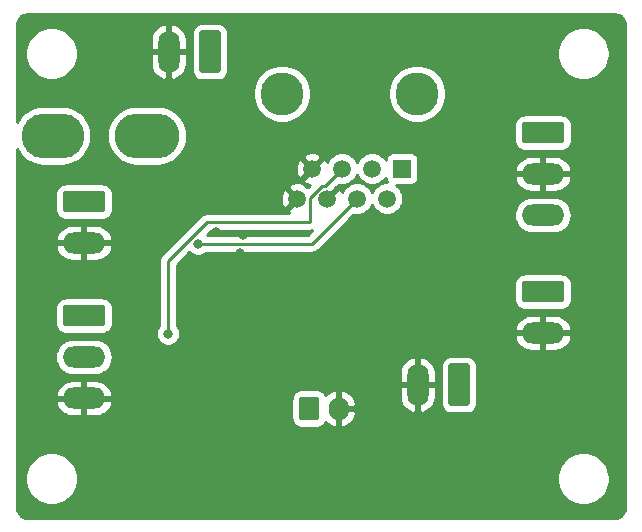
<source format=gbr>
%TF.GenerationSoftware,KiCad,Pcbnew,(5.1.4)-1*%
%TF.CreationDate,2021-10-25T09:38:00+02:00*%
%TF.ProjectId,bbb-diffcape-receiver,6262622d-6469-4666-9663-6170652d7265,rev?*%
%TF.SameCoordinates,Original*%
%TF.FileFunction,Copper,L2,Bot*%
%TF.FilePolarity,Positive*%
%FSLAX46Y46*%
G04 Gerber Fmt 4.6, Leading zero omitted, Abs format (unit mm)*
G04 Created by KiCad (PCBNEW (5.1.4)-1) date 2021-10-25 09:38:00*
%MOMM*%
%LPD*%
G04 APERTURE LIST*
%TA.AperFunction,WasherPad*%
%ADD10C,3.650000*%
%TD*%
%TA.AperFunction,ComponentPad*%
%ADD11R,1.500000X1.500000*%
%TD*%
%TA.AperFunction,ComponentPad*%
%ADD12C,1.500000*%
%TD*%
%TA.AperFunction,ComponentPad*%
%ADD13O,1.800000X3.600000*%
%TD*%
%TA.AperFunction,Conductor*%
%ADD14C,0.100000*%
%TD*%
%TA.AperFunction,ComponentPad*%
%ADD15C,1.800000*%
%TD*%
%TA.AperFunction,ComponentPad*%
%ADD16O,1.700000X2.000000*%
%TD*%
%TA.AperFunction,ComponentPad*%
%ADD17C,1.700000*%
%TD*%
%TA.AperFunction,ComponentPad*%
%ADD18O,3.600000X1.800000*%
%TD*%
%TA.AperFunction,ComponentPad*%
%ADD19O,5.300000X3.800000*%
%TD*%
%TA.AperFunction,ComponentPad*%
%ADD20O,5.500000X3.800000*%
%TD*%
%TA.AperFunction,ViaPad*%
%ADD21C,0.800000*%
%TD*%
%TA.AperFunction,Conductor*%
%ADD22C,0.250000*%
%TD*%
%TA.AperFunction,Conductor*%
%ADD23C,0.254000*%
%TD*%
G04 APERTURE END LIST*
D10*
%TO.P,J8,*%
%TO.N,*%
X111506000Y-56388000D03*
X122936000Y-56388000D03*
D11*
%TO.P,J8,1*%
%TO.N,+24V*%
X121666000Y-62738000D03*
D12*
%TO.P,J8,2*%
X120396000Y-65278000D03*
%TO.P,J8,3*%
X119126000Y-62738000D03*
%TO.P,J8,4*%
%TO.N,/RS422_A*%
X117856000Y-65278000D03*
%TO.P,J8,5*%
%TO.N,/RS422_B*%
X116586000Y-62738000D03*
%TO.P,J8,6*%
%TO.N,GNDD*%
X115316000Y-65278000D03*
%TO.P,J8,7*%
X114046000Y-62738000D03*
%TO.P,J8,8*%
X112776000Y-65278000D03*
%TD*%
D13*
%TO.P,J7,2*%
%TO.N,GNDD*%
X101910000Y-52832000D03*
D14*
%TD*%
%TO.N,+24V*%
%TO.C,J7*%
G36*
X106084504Y-51033204D02*
G01*
X106108773Y-51036804D01*
X106132571Y-51042765D01*
X106155671Y-51051030D01*
X106177849Y-51061520D01*
X106198893Y-51074133D01*
X106218598Y-51088747D01*
X106236777Y-51105223D01*
X106253253Y-51123402D01*
X106267867Y-51143107D01*
X106280480Y-51164151D01*
X106290970Y-51186329D01*
X106299235Y-51209429D01*
X106305196Y-51233227D01*
X106308796Y-51257496D01*
X106310000Y-51282000D01*
X106310000Y-54382000D01*
X106308796Y-54406504D01*
X106305196Y-54430773D01*
X106299235Y-54454571D01*
X106290970Y-54477671D01*
X106280480Y-54499849D01*
X106267867Y-54520893D01*
X106253253Y-54540598D01*
X106236777Y-54558777D01*
X106218598Y-54575253D01*
X106198893Y-54589867D01*
X106177849Y-54602480D01*
X106155671Y-54612970D01*
X106132571Y-54621235D01*
X106108773Y-54627196D01*
X106084504Y-54630796D01*
X106060000Y-54632000D01*
X104760000Y-54632000D01*
X104735496Y-54630796D01*
X104711227Y-54627196D01*
X104687429Y-54621235D01*
X104664329Y-54612970D01*
X104642151Y-54602480D01*
X104621107Y-54589867D01*
X104601402Y-54575253D01*
X104583223Y-54558777D01*
X104566747Y-54540598D01*
X104552133Y-54520893D01*
X104539520Y-54499849D01*
X104529030Y-54477671D01*
X104520765Y-54454571D01*
X104514804Y-54430773D01*
X104511204Y-54406504D01*
X104510000Y-54382000D01*
X104510000Y-51282000D01*
X104511204Y-51257496D01*
X104514804Y-51233227D01*
X104520765Y-51209429D01*
X104529030Y-51186329D01*
X104539520Y-51164151D01*
X104552133Y-51143107D01*
X104566747Y-51123402D01*
X104583223Y-51105223D01*
X104601402Y-51088747D01*
X104621107Y-51074133D01*
X104642151Y-51061520D01*
X104664329Y-51051030D01*
X104687429Y-51042765D01*
X104711227Y-51036804D01*
X104735496Y-51033204D01*
X104760000Y-51032000D01*
X106060000Y-51032000D01*
X106084504Y-51033204D01*
X106084504Y-51033204D01*
G37*
D15*
%TO.P,J7,1*%
%TO.N,+24V*%
X105410000Y-52832000D03*
%TD*%
D16*
%TO.P,J6,2*%
%TO.N,GNDD*%
X116292000Y-83058000D03*
D14*
%TD*%
%TO.N,+5V*%
%TO.C,J6*%
G36*
X114416504Y-82059204D02*
G01*
X114440773Y-82062804D01*
X114464571Y-82068765D01*
X114487671Y-82077030D01*
X114509849Y-82087520D01*
X114530893Y-82100133D01*
X114550598Y-82114747D01*
X114568777Y-82131223D01*
X114585253Y-82149402D01*
X114599867Y-82169107D01*
X114612480Y-82190151D01*
X114622970Y-82212329D01*
X114631235Y-82235429D01*
X114637196Y-82259227D01*
X114640796Y-82283496D01*
X114642000Y-82308000D01*
X114642000Y-83808000D01*
X114640796Y-83832504D01*
X114637196Y-83856773D01*
X114631235Y-83880571D01*
X114622970Y-83903671D01*
X114612480Y-83925849D01*
X114599867Y-83946893D01*
X114585253Y-83966598D01*
X114568777Y-83984777D01*
X114550598Y-84001253D01*
X114530893Y-84015867D01*
X114509849Y-84028480D01*
X114487671Y-84038970D01*
X114464571Y-84047235D01*
X114440773Y-84053196D01*
X114416504Y-84056796D01*
X114392000Y-84058000D01*
X113192000Y-84058000D01*
X113167496Y-84056796D01*
X113143227Y-84053196D01*
X113119429Y-84047235D01*
X113096329Y-84038970D01*
X113074151Y-84028480D01*
X113053107Y-84015867D01*
X113033402Y-84001253D01*
X113015223Y-83984777D01*
X112998747Y-83966598D01*
X112984133Y-83946893D01*
X112971520Y-83925849D01*
X112961030Y-83903671D01*
X112952765Y-83880571D01*
X112946804Y-83856773D01*
X112943204Y-83832504D01*
X112942000Y-83808000D01*
X112942000Y-82308000D01*
X112943204Y-82283496D01*
X112946804Y-82259227D01*
X112952765Y-82235429D01*
X112961030Y-82212329D01*
X112971520Y-82190151D01*
X112984133Y-82169107D01*
X112998747Y-82149402D01*
X113015223Y-82131223D01*
X113033402Y-82114747D01*
X113053107Y-82100133D01*
X113074151Y-82087520D01*
X113096329Y-82077030D01*
X113119429Y-82068765D01*
X113143227Y-82062804D01*
X113167496Y-82059204D01*
X113192000Y-82058000D01*
X114392000Y-82058000D01*
X114416504Y-82059204D01*
X114416504Y-82059204D01*
G37*
D17*
%TO.P,J6,1*%
%TO.N,+5V*%
X113792000Y-83058000D03*
%TD*%
D18*
%TO.P,J5,3*%
%TO.N,Net-(J5-Pad3)*%
X133604000Y-66690000D03*
%TO.P,J5,2*%
%TO.N,GNDD*%
X133604000Y-63190000D03*
D14*
%TD*%
%TO.N,+5V*%
%TO.C,J5*%
G36*
X135178504Y-58791204D02*
G01*
X135202773Y-58794804D01*
X135226571Y-58800765D01*
X135249671Y-58809030D01*
X135271849Y-58819520D01*
X135292893Y-58832133D01*
X135312598Y-58846747D01*
X135330777Y-58863223D01*
X135347253Y-58881402D01*
X135361867Y-58901107D01*
X135374480Y-58922151D01*
X135384970Y-58944329D01*
X135393235Y-58967429D01*
X135399196Y-58991227D01*
X135402796Y-59015496D01*
X135404000Y-59040000D01*
X135404000Y-60340000D01*
X135402796Y-60364504D01*
X135399196Y-60388773D01*
X135393235Y-60412571D01*
X135384970Y-60435671D01*
X135374480Y-60457849D01*
X135361867Y-60478893D01*
X135347253Y-60498598D01*
X135330777Y-60516777D01*
X135312598Y-60533253D01*
X135292893Y-60547867D01*
X135271849Y-60560480D01*
X135249671Y-60570970D01*
X135226571Y-60579235D01*
X135202773Y-60585196D01*
X135178504Y-60588796D01*
X135154000Y-60590000D01*
X132054000Y-60590000D01*
X132029496Y-60588796D01*
X132005227Y-60585196D01*
X131981429Y-60579235D01*
X131958329Y-60570970D01*
X131936151Y-60560480D01*
X131915107Y-60547867D01*
X131895402Y-60533253D01*
X131877223Y-60516777D01*
X131860747Y-60498598D01*
X131846133Y-60478893D01*
X131833520Y-60457849D01*
X131823030Y-60435671D01*
X131814765Y-60412571D01*
X131808804Y-60388773D01*
X131805204Y-60364504D01*
X131804000Y-60340000D01*
X131804000Y-59040000D01*
X131805204Y-59015496D01*
X131808804Y-58991227D01*
X131814765Y-58967429D01*
X131823030Y-58944329D01*
X131833520Y-58922151D01*
X131846133Y-58901107D01*
X131860747Y-58881402D01*
X131877223Y-58863223D01*
X131895402Y-58846747D01*
X131915107Y-58832133D01*
X131936151Y-58819520D01*
X131958329Y-58809030D01*
X131981429Y-58800765D01*
X132005227Y-58794804D01*
X132029496Y-58791204D01*
X132054000Y-58790000D01*
X135154000Y-58790000D01*
X135178504Y-58791204D01*
X135178504Y-58791204D01*
G37*
D15*
%TO.P,J5,1*%
%TO.N,+5V*%
X133604000Y-59690000D03*
%TD*%
D18*
%TO.P,J4,2*%
%TO.N,GNDD*%
X133604000Y-76652000D03*
D14*
%TD*%
%TO.N,+5V*%
%TO.C,J4*%
G36*
X135178504Y-72253204D02*
G01*
X135202773Y-72256804D01*
X135226571Y-72262765D01*
X135249671Y-72271030D01*
X135271849Y-72281520D01*
X135292893Y-72294133D01*
X135312598Y-72308747D01*
X135330777Y-72325223D01*
X135347253Y-72343402D01*
X135361867Y-72363107D01*
X135374480Y-72384151D01*
X135384970Y-72406329D01*
X135393235Y-72429429D01*
X135399196Y-72453227D01*
X135402796Y-72477496D01*
X135404000Y-72502000D01*
X135404000Y-73802000D01*
X135402796Y-73826504D01*
X135399196Y-73850773D01*
X135393235Y-73874571D01*
X135384970Y-73897671D01*
X135374480Y-73919849D01*
X135361867Y-73940893D01*
X135347253Y-73960598D01*
X135330777Y-73978777D01*
X135312598Y-73995253D01*
X135292893Y-74009867D01*
X135271849Y-74022480D01*
X135249671Y-74032970D01*
X135226571Y-74041235D01*
X135202773Y-74047196D01*
X135178504Y-74050796D01*
X135154000Y-74052000D01*
X132054000Y-74052000D01*
X132029496Y-74050796D01*
X132005227Y-74047196D01*
X131981429Y-74041235D01*
X131958329Y-74032970D01*
X131936151Y-74022480D01*
X131915107Y-74009867D01*
X131895402Y-73995253D01*
X131877223Y-73978777D01*
X131860747Y-73960598D01*
X131846133Y-73940893D01*
X131833520Y-73919849D01*
X131823030Y-73897671D01*
X131814765Y-73874571D01*
X131808804Y-73850773D01*
X131805204Y-73826504D01*
X131804000Y-73802000D01*
X131804000Y-72502000D01*
X131805204Y-72477496D01*
X131808804Y-72453227D01*
X131814765Y-72429429D01*
X131823030Y-72406329D01*
X131833520Y-72384151D01*
X131846133Y-72363107D01*
X131860747Y-72343402D01*
X131877223Y-72325223D01*
X131895402Y-72308747D01*
X131915107Y-72294133D01*
X131936151Y-72281520D01*
X131958329Y-72271030D01*
X131981429Y-72262765D01*
X132005227Y-72256804D01*
X132029496Y-72253204D01*
X132054000Y-72252000D01*
X135154000Y-72252000D01*
X135178504Y-72253204D01*
X135178504Y-72253204D01*
G37*
D15*
%TO.P,J4,1*%
%TO.N,+5V*%
X133604000Y-73152000D03*
%TD*%
D13*
%TO.P,J3,2*%
%TO.N,GNDD*%
X122992000Y-81026000D03*
D14*
%TD*%
%TO.N,+5V*%
%TO.C,J3*%
G36*
X127166504Y-79227204D02*
G01*
X127190773Y-79230804D01*
X127214571Y-79236765D01*
X127237671Y-79245030D01*
X127259849Y-79255520D01*
X127280893Y-79268133D01*
X127300598Y-79282747D01*
X127318777Y-79299223D01*
X127335253Y-79317402D01*
X127349867Y-79337107D01*
X127362480Y-79358151D01*
X127372970Y-79380329D01*
X127381235Y-79403429D01*
X127387196Y-79427227D01*
X127390796Y-79451496D01*
X127392000Y-79476000D01*
X127392000Y-82576000D01*
X127390796Y-82600504D01*
X127387196Y-82624773D01*
X127381235Y-82648571D01*
X127372970Y-82671671D01*
X127362480Y-82693849D01*
X127349867Y-82714893D01*
X127335253Y-82734598D01*
X127318777Y-82752777D01*
X127300598Y-82769253D01*
X127280893Y-82783867D01*
X127259849Y-82796480D01*
X127237671Y-82806970D01*
X127214571Y-82815235D01*
X127190773Y-82821196D01*
X127166504Y-82824796D01*
X127142000Y-82826000D01*
X125842000Y-82826000D01*
X125817496Y-82824796D01*
X125793227Y-82821196D01*
X125769429Y-82815235D01*
X125746329Y-82806970D01*
X125724151Y-82796480D01*
X125703107Y-82783867D01*
X125683402Y-82769253D01*
X125665223Y-82752777D01*
X125648747Y-82734598D01*
X125634133Y-82714893D01*
X125621520Y-82693849D01*
X125611030Y-82671671D01*
X125602765Y-82648571D01*
X125596804Y-82624773D01*
X125593204Y-82600504D01*
X125592000Y-82576000D01*
X125592000Y-79476000D01*
X125593204Y-79451496D01*
X125596804Y-79427227D01*
X125602765Y-79403429D01*
X125611030Y-79380329D01*
X125621520Y-79358151D01*
X125634133Y-79337107D01*
X125648747Y-79317402D01*
X125665223Y-79299223D01*
X125683402Y-79282747D01*
X125703107Y-79268133D01*
X125724151Y-79255520D01*
X125746329Y-79245030D01*
X125769429Y-79236765D01*
X125793227Y-79230804D01*
X125817496Y-79227204D01*
X125842000Y-79226000D01*
X127142000Y-79226000D01*
X127166504Y-79227204D01*
X127166504Y-79227204D01*
G37*
D15*
%TO.P,J3,1*%
%TO.N,+5V*%
X126492000Y-81026000D03*
%TD*%
D18*
%TO.P,J2,3*%
%TO.N,GNDD*%
X94742000Y-82184000D03*
%TO.P,J2,2*%
%TO.N,/RS422_B*%
X94742000Y-78684000D03*
D14*
%TD*%
%TO.N,/RS422_A*%
%TO.C,J2*%
G36*
X96316504Y-74285204D02*
G01*
X96340773Y-74288804D01*
X96364571Y-74294765D01*
X96387671Y-74303030D01*
X96409849Y-74313520D01*
X96430893Y-74326133D01*
X96450598Y-74340747D01*
X96468777Y-74357223D01*
X96485253Y-74375402D01*
X96499867Y-74395107D01*
X96512480Y-74416151D01*
X96522970Y-74438329D01*
X96531235Y-74461429D01*
X96537196Y-74485227D01*
X96540796Y-74509496D01*
X96542000Y-74534000D01*
X96542000Y-75834000D01*
X96540796Y-75858504D01*
X96537196Y-75882773D01*
X96531235Y-75906571D01*
X96522970Y-75929671D01*
X96512480Y-75951849D01*
X96499867Y-75972893D01*
X96485253Y-75992598D01*
X96468777Y-76010777D01*
X96450598Y-76027253D01*
X96430893Y-76041867D01*
X96409849Y-76054480D01*
X96387671Y-76064970D01*
X96364571Y-76073235D01*
X96340773Y-76079196D01*
X96316504Y-76082796D01*
X96292000Y-76084000D01*
X93192000Y-76084000D01*
X93167496Y-76082796D01*
X93143227Y-76079196D01*
X93119429Y-76073235D01*
X93096329Y-76064970D01*
X93074151Y-76054480D01*
X93053107Y-76041867D01*
X93033402Y-76027253D01*
X93015223Y-76010777D01*
X92998747Y-75992598D01*
X92984133Y-75972893D01*
X92971520Y-75951849D01*
X92961030Y-75929671D01*
X92952765Y-75906571D01*
X92946804Y-75882773D01*
X92943204Y-75858504D01*
X92942000Y-75834000D01*
X92942000Y-74534000D01*
X92943204Y-74509496D01*
X92946804Y-74485227D01*
X92952765Y-74461429D01*
X92961030Y-74438329D01*
X92971520Y-74416151D01*
X92984133Y-74395107D01*
X92998747Y-74375402D01*
X93015223Y-74357223D01*
X93033402Y-74340747D01*
X93053107Y-74326133D01*
X93074151Y-74313520D01*
X93096329Y-74303030D01*
X93119429Y-74294765D01*
X93143227Y-74288804D01*
X93167496Y-74285204D01*
X93192000Y-74284000D01*
X96292000Y-74284000D01*
X96316504Y-74285204D01*
X96316504Y-74285204D01*
G37*
D15*
%TO.P,J2,1*%
%TO.N,/RS422_A*%
X94742000Y-75184000D03*
%TD*%
D18*
%TO.P,J1,2*%
%TO.N,GNDD*%
X94742000Y-69032000D03*
D14*
%TD*%
%TO.N,/PW_In*%
%TO.C,J1*%
G36*
X96316504Y-64633204D02*
G01*
X96340773Y-64636804D01*
X96364571Y-64642765D01*
X96387671Y-64651030D01*
X96409849Y-64661520D01*
X96430893Y-64674133D01*
X96450598Y-64688747D01*
X96468777Y-64705223D01*
X96485253Y-64723402D01*
X96499867Y-64743107D01*
X96512480Y-64764151D01*
X96522970Y-64786329D01*
X96531235Y-64809429D01*
X96537196Y-64833227D01*
X96540796Y-64857496D01*
X96542000Y-64882000D01*
X96542000Y-66182000D01*
X96540796Y-66206504D01*
X96537196Y-66230773D01*
X96531235Y-66254571D01*
X96522970Y-66277671D01*
X96512480Y-66299849D01*
X96499867Y-66320893D01*
X96485253Y-66340598D01*
X96468777Y-66358777D01*
X96450598Y-66375253D01*
X96430893Y-66389867D01*
X96409849Y-66402480D01*
X96387671Y-66412970D01*
X96364571Y-66421235D01*
X96340773Y-66427196D01*
X96316504Y-66430796D01*
X96292000Y-66432000D01*
X93192000Y-66432000D01*
X93167496Y-66430796D01*
X93143227Y-66427196D01*
X93119429Y-66421235D01*
X93096329Y-66412970D01*
X93074151Y-66402480D01*
X93053107Y-66389867D01*
X93033402Y-66375253D01*
X93015223Y-66358777D01*
X92998747Y-66340598D01*
X92984133Y-66320893D01*
X92971520Y-66299849D01*
X92961030Y-66277671D01*
X92952765Y-66254571D01*
X92946804Y-66230773D01*
X92943204Y-66206504D01*
X92942000Y-66182000D01*
X92942000Y-64882000D01*
X92943204Y-64857496D01*
X92946804Y-64833227D01*
X92952765Y-64809429D01*
X92961030Y-64786329D01*
X92971520Y-64764151D01*
X92984133Y-64743107D01*
X92998747Y-64723402D01*
X93015223Y-64705223D01*
X93033402Y-64688747D01*
X93053107Y-64674133D01*
X93074151Y-64661520D01*
X93096329Y-64651030D01*
X93119429Y-64642765D01*
X93143227Y-64636804D01*
X93167496Y-64633204D01*
X93192000Y-64632000D01*
X96292000Y-64632000D01*
X96316504Y-64633204D01*
X96316504Y-64633204D01*
G37*
D15*
%TO.P,J1,1*%
%TO.N,/PW_In*%
X94742000Y-65532000D03*
%TD*%
D19*
%TO.P,F1,2*%
%TO.N,/PW_In*%
X92076000Y-59944000D03*
D20*
%TO.P,F1,1*%
%TO.N,+5V*%
X100076000Y-59944000D03*
%TD*%
D21*
%TO.N,GNDD*%
X107188000Y-74930000D03*
X104394000Y-74676000D03*
X104394000Y-77470000D03*
X100838000Y-73152000D03*
X98044000Y-74422000D03*
X101600000Y-69088000D03*
X105918000Y-68072000D03*
X108204000Y-68326000D03*
X104648000Y-70612000D03*
X107950000Y-69850000D03*
X119126000Y-66802000D03*
X117348000Y-61214000D03*
X115062000Y-61214000D03*
X116586000Y-70612000D03*
X124968000Y-68580000D03*
X123190000Y-70612000D03*
X124460000Y-62230000D03*
X129032000Y-57404000D03*
X135128000Y-57404000D03*
X138430000Y-57404000D03*
X130302000Y-65024000D03*
X129286000Y-68326000D03*
X127000000Y-73152000D03*
X120650000Y-74422000D03*
X118110000Y-79756000D03*
X127762000Y-76454000D03*
X136652000Y-80264000D03*
X129794000Y-84328000D03*
X122936000Y-88138000D03*
X118618000Y-87884000D03*
X108966000Y-85598000D03*
X100330000Y-81280000D03*
X96774000Y-86868000D03*
X109220000Y-83058000D03*
X95504000Y-73152000D03*
X91948000Y-76962000D03*
X91948000Y-80518000D03*
X98044000Y-80518000D03*
X131064000Y-69342000D03*
X134366000Y-69088000D03*
X118872000Y-76200000D03*
X120142000Y-53340000D03*
X127508000Y-56388000D03*
X123698000Y-60452000D03*
X105410000Y-58420000D03*
%TO.N,/RS422_B*%
X101854000Y-76708000D03*
%TO.N,/RS422_A*%
X104394000Y-69088000D03*
%TD*%
D22*
%TO.N,/RS422_B*%
X113851001Y-65218999D02*
X113851001Y-67250999D01*
X114867001Y-64202999D02*
X113851001Y-65218999D01*
X116586000Y-62738000D02*
X115121001Y-64202999D01*
X115121001Y-64202999D02*
X114867001Y-64202999D01*
X101854000Y-70554998D02*
X101854000Y-76708000D01*
X105157999Y-67250999D02*
X101854000Y-70554998D01*
X113851001Y-67250999D02*
X105157999Y-67250999D01*
%TO.N,/RS422_A*%
X117856000Y-65278000D02*
X114046000Y-69088000D01*
X114046000Y-69088000D02*
X104394000Y-69088000D01*
%TD*%
D23*
%TO.N,GNDD*%
G36*
X139867200Y-49701559D02*
G01*
X140028041Y-49750120D01*
X140176378Y-49828992D01*
X140306574Y-49935176D01*
X140413664Y-50064626D01*
X140493572Y-50212414D01*
X140543252Y-50372902D01*
X140564000Y-50570306D01*
X140564001Y-91407713D01*
X140544441Y-91607204D01*
X140495881Y-91768040D01*
X140417008Y-91916378D01*
X140310822Y-92046575D01*
X140181372Y-92153665D01*
X140033586Y-92233572D01*
X139873094Y-92283253D01*
X139675695Y-92304000D01*
X89948277Y-92304000D01*
X89748796Y-92284441D01*
X89587960Y-92235881D01*
X89439622Y-92157008D01*
X89309425Y-92050822D01*
X89202335Y-91921372D01*
X89122428Y-91773586D01*
X89072747Y-91613094D01*
X89052000Y-91415695D01*
X89052000Y-88779872D01*
X89765000Y-88779872D01*
X89765000Y-89220128D01*
X89850890Y-89651925D01*
X90019369Y-90058669D01*
X90263962Y-90424729D01*
X90575271Y-90736038D01*
X90941331Y-90980631D01*
X91348075Y-91149110D01*
X91779872Y-91235000D01*
X92220128Y-91235000D01*
X92651925Y-91149110D01*
X93058669Y-90980631D01*
X93424729Y-90736038D01*
X93736038Y-90424729D01*
X93980631Y-90058669D01*
X94149110Y-89651925D01*
X94235000Y-89220128D01*
X94235000Y-88779872D01*
X134765000Y-88779872D01*
X134765000Y-89220128D01*
X134850890Y-89651925D01*
X135019369Y-90058669D01*
X135263962Y-90424729D01*
X135575271Y-90736038D01*
X135941331Y-90980631D01*
X136348075Y-91149110D01*
X136779872Y-91235000D01*
X137220128Y-91235000D01*
X137651925Y-91149110D01*
X138058669Y-90980631D01*
X138424729Y-90736038D01*
X138736038Y-90424729D01*
X138980631Y-90058669D01*
X139149110Y-89651925D01*
X139235000Y-89220128D01*
X139235000Y-88779872D01*
X139149110Y-88348075D01*
X138980631Y-87941331D01*
X138736038Y-87575271D01*
X138424729Y-87263962D01*
X138058669Y-87019369D01*
X137651925Y-86850890D01*
X137220128Y-86765000D01*
X136779872Y-86765000D01*
X136348075Y-86850890D01*
X135941331Y-87019369D01*
X135575271Y-87263962D01*
X135263962Y-87575271D01*
X135019369Y-87941331D01*
X134850890Y-88348075D01*
X134765000Y-88779872D01*
X94235000Y-88779872D01*
X94149110Y-88348075D01*
X93980631Y-87941331D01*
X93736038Y-87575271D01*
X93424729Y-87263962D01*
X93058669Y-87019369D01*
X92651925Y-86850890D01*
X92220128Y-86765000D01*
X91779872Y-86765000D01*
X91348075Y-86850890D01*
X90941331Y-87019369D01*
X90575271Y-87263962D01*
X90263962Y-87575271D01*
X90019369Y-87941331D01*
X89850890Y-88348075D01*
X89765000Y-88779872D01*
X89052000Y-88779872D01*
X89052000Y-82548740D01*
X92350964Y-82548740D01*
X92375245Y-82654087D01*
X92495138Y-82931204D01*
X92666790Y-83179606D01*
X92883604Y-83389748D01*
X93137249Y-83553554D01*
X93417977Y-83664729D01*
X93715000Y-83719000D01*
X94615000Y-83719000D01*
X94615000Y-82311000D01*
X94869000Y-82311000D01*
X94869000Y-83719000D01*
X95769000Y-83719000D01*
X96066023Y-83664729D01*
X96346751Y-83553554D01*
X96600396Y-83389748D01*
X96817210Y-83179606D01*
X96988862Y-82931204D01*
X97108755Y-82654087D01*
X97133036Y-82548740D01*
X97012378Y-82311000D01*
X94869000Y-82311000D01*
X94615000Y-82311000D01*
X92471622Y-82311000D01*
X92350964Y-82548740D01*
X89052000Y-82548740D01*
X89052000Y-82308000D01*
X112303928Y-82308000D01*
X112303928Y-83808000D01*
X112320992Y-83981254D01*
X112371528Y-84147850D01*
X112453595Y-84301386D01*
X112564038Y-84435962D01*
X112698614Y-84546405D01*
X112852150Y-84628472D01*
X113018746Y-84679008D01*
X113192000Y-84696072D01*
X114392000Y-84696072D01*
X114565254Y-84679008D01*
X114731850Y-84628472D01*
X114885386Y-84546405D01*
X115019962Y-84435962D01*
X115130405Y-84301386D01*
X115184914Y-84199407D01*
X115185198Y-84199795D01*
X115399954Y-84396664D01*
X115648991Y-84547854D01*
X115922739Y-84647554D01*
X115935110Y-84649476D01*
X116165000Y-84528155D01*
X116165000Y-83185000D01*
X116419000Y-83185000D01*
X116419000Y-84528155D01*
X116648890Y-84649476D01*
X116661261Y-84647554D01*
X116935009Y-84547854D01*
X117184046Y-84396664D01*
X117398802Y-84199795D01*
X117571025Y-83964812D01*
X117694096Y-83700745D01*
X117763285Y-83417742D01*
X117619232Y-83185000D01*
X116419000Y-83185000D01*
X116165000Y-83185000D01*
X116145000Y-83185000D01*
X116145000Y-82931000D01*
X116165000Y-82931000D01*
X116165000Y-81587845D01*
X116419000Y-81587845D01*
X116419000Y-82931000D01*
X117619232Y-82931000D01*
X117763285Y-82698258D01*
X117694096Y-82415255D01*
X117571025Y-82151188D01*
X117398802Y-81916205D01*
X117184046Y-81719336D01*
X116935009Y-81568146D01*
X116661261Y-81468446D01*
X116648890Y-81466524D01*
X116419000Y-81587845D01*
X116165000Y-81587845D01*
X115935110Y-81466524D01*
X115922739Y-81468446D01*
X115648991Y-81568146D01*
X115399954Y-81719336D01*
X115185198Y-81916205D01*
X115184914Y-81916593D01*
X115130405Y-81814614D01*
X115019962Y-81680038D01*
X114885386Y-81569595D01*
X114731850Y-81487528D01*
X114565254Y-81436992D01*
X114392000Y-81419928D01*
X113192000Y-81419928D01*
X113018746Y-81436992D01*
X112852150Y-81487528D01*
X112698614Y-81569595D01*
X112564038Y-81680038D01*
X112453595Y-81814614D01*
X112371528Y-81968150D01*
X112320992Y-82134746D01*
X112303928Y-82308000D01*
X89052000Y-82308000D01*
X89052000Y-81819260D01*
X92350964Y-81819260D01*
X92471622Y-82057000D01*
X94615000Y-82057000D01*
X94615000Y-80649000D01*
X94869000Y-80649000D01*
X94869000Y-82057000D01*
X97012378Y-82057000D01*
X97133036Y-81819260D01*
X97108755Y-81713913D01*
X96988862Y-81436796D01*
X96817210Y-81188394D01*
X96780693Y-81153000D01*
X121457000Y-81153000D01*
X121457000Y-82053000D01*
X121511271Y-82350023D01*
X121622446Y-82630751D01*
X121786252Y-82884396D01*
X121996394Y-83101210D01*
X122244796Y-83272862D01*
X122521913Y-83392755D01*
X122627260Y-83417036D01*
X122865000Y-83296378D01*
X122865000Y-81153000D01*
X123119000Y-81153000D01*
X123119000Y-83296378D01*
X123356740Y-83417036D01*
X123462087Y-83392755D01*
X123739204Y-83272862D01*
X123987606Y-83101210D01*
X124197748Y-82884396D01*
X124361554Y-82630751D01*
X124472729Y-82350023D01*
X124527000Y-82053000D01*
X124527000Y-81153000D01*
X123119000Y-81153000D01*
X122865000Y-81153000D01*
X121457000Y-81153000D01*
X96780693Y-81153000D01*
X96600396Y-80978252D01*
X96346751Y-80814446D01*
X96066023Y-80703271D01*
X95769000Y-80649000D01*
X94869000Y-80649000D01*
X94615000Y-80649000D01*
X93715000Y-80649000D01*
X93417977Y-80703271D01*
X93137249Y-80814446D01*
X92883604Y-80978252D01*
X92666790Y-81188394D01*
X92495138Y-81436796D01*
X92375245Y-81713913D01*
X92350964Y-81819260D01*
X89052000Y-81819260D01*
X89052000Y-78684000D01*
X92299573Y-78684000D01*
X92329210Y-78984913D01*
X92416983Y-79274261D01*
X92559519Y-79540927D01*
X92751339Y-79774661D01*
X92985073Y-79966481D01*
X93251739Y-80109017D01*
X93541087Y-80196790D01*
X93766592Y-80219000D01*
X95717408Y-80219000D01*
X95942913Y-80196790D01*
X96232261Y-80109017D01*
X96438088Y-79999000D01*
X121457000Y-79999000D01*
X121457000Y-80899000D01*
X122865000Y-80899000D01*
X122865000Y-78755622D01*
X123119000Y-78755622D01*
X123119000Y-80899000D01*
X124527000Y-80899000D01*
X124527000Y-79999000D01*
X124472729Y-79701977D01*
X124383237Y-79476000D01*
X124953928Y-79476000D01*
X124953928Y-82576000D01*
X124970992Y-82749254D01*
X125021528Y-82915850D01*
X125103595Y-83069386D01*
X125214038Y-83203962D01*
X125348614Y-83314405D01*
X125502150Y-83396472D01*
X125668746Y-83447008D01*
X125842000Y-83464072D01*
X127142000Y-83464072D01*
X127315254Y-83447008D01*
X127481850Y-83396472D01*
X127635386Y-83314405D01*
X127769962Y-83203962D01*
X127880405Y-83069386D01*
X127962472Y-82915850D01*
X128013008Y-82749254D01*
X128030072Y-82576000D01*
X128030072Y-79476000D01*
X128013008Y-79302746D01*
X127962472Y-79136150D01*
X127880405Y-78982614D01*
X127769962Y-78848038D01*
X127635386Y-78737595D01*
X127481850Y-78655528D01*
X127315254Y-78604992D01*
X127142000Y-78587928D01*
X125842000Y-78587928D01*
X125668746Y-78604992D01*
X125502150Y-78655528D01*
X125348614Y-78737595D01*
X125214038Y-78848038D01*
X125103595Y-78982614D01*
X125021528Y-79136150D01*
X124970992Y-79302746D01*
X124953928Y-79476000D01*
X124383237Y-79476000D01*
X124361554Y-79421249D01*
X124197748Y-79167604D01*
X123987606Y-78950790D01*
X123739204Y-78779138D01*
X123462087Y-78659245D01*
X123356740Y-78634964D01*
X123119000Y-78755622D01*
X122865000Y-78755622D01*
X122627260Y-78634964D01*
X122521913Y-78659245D01*
X122244796Y-78779138D01*
X121996394Y-78950790D01*
X121786252Y-79167604D01*
X121622446Y-79421249D01*
X121511271Y-79701977D01*
X121457000Y-79999000D01*
X96438088Y-79999000D01*
X96498927Y-79966481D01*
X96732661Y-79774661D01*
X96924481Y-79540927D01*
X97067017Y-79274261D01*
X97154790Y-78984913D01*
X97184427Y-78684000D01*
X97154790Y-78383087D01*
X97067017Y-78093739D01*
X96924481Y-77827073D01*
X96732661Y-77593339D01*
X96498927Y-77401519D01*
X96232261Y-77258983D01*
X95942913Y-77171210D01*
X95717408Y-77149000D01*
X93766592Y-77149000D01*
X93541087Y-77171210D01*
X93251739Y-77258983D01*
X92985073Y-77401519D01*
X92751339Y-77593339D01*
X92559519Y-77827073D01*
X92416983Y-78093739D01*
X92329210Y-78383087D01*
X92299573Y-78684000D01*
X89052000Y-78684000D01*
X89052000Y-74534000D01*
X92303928Y-74534000D01*
X92303928Y-75834000D01*
X92320992Y-76007254D01*
X92371528Y-76173850D01*
X92453595Y-76327386D01*
X92564038Y-76461962D01*
X92698614Y-76572405D01*
X92852150Y-76654472D01*
X93018746Y-76705008D01*
X93192000Y-76722072D01*
X96292000Y-76722072D01*
X96465254Y-76705008D01*
X96631850Y-76654472D01*
X96722420Y-76606061D01*
X100819000Y-76606061D01*
X100819000Y-76809939D01*
X100858774Y-77009898D01*
X100936795Y-77198256D01*
X101050063Y-77367774D01*
X101194226Y-77511937D01*
X101363744Y-77625205D01*
X101552102Y-77703226D01*
X101752061Y-77743000D01*
X101955939Y-77743000D01*
X102155898Y-77703226D01*
X102344256Y-77625205D01*
X102513774Y-77511937D01*
X102657937Y-77367774D01*
X102771205Y-77198256D01*
X102846391Y-77016740D01*
X131212964Y-77016740D01*
X131237245Y-77122087D01*
X131357138Y-77399204D01*
X131528790Y-77647606D01*
X131745604Y-77857748D01*
X131999249Y-78021554D01*
X132279977Y-78132729D01*
X132577000Y-78187000D01*
X133477000Y-78187000D01*
X133477000Y-76779000D01*
X133731000Y-76779000D01*
X133731000Y-78187000D01*
X134631000Y-78187000D01*
X134928023Y-78132729D01*
X135208751Y-78021554D01*
X135462396Y-77857748D01*
X135679210Y-77647606D01*
X135850862Y-77399204D01*
X135970755Y-77122087D01*
X135995036Y-77016740D01*
X135874378Y-76779000D01*
X133731000Y-76779000D01*
X133477000Y-76779000D01*
X131333622Y-76779000D01*
X131212964Y-77016740D01*
X102846391Y-77016740D01*
X102849226Y-77009898D01*
X102889000Y-76809939D01*
X102889000Y-76606061D01*
X102849226Y-76406102D01*
X102800000Y-76287260D01*
X131212964Y-76287260D01*
X131333622Y-76525000D01*
X133477000Y-76525000D01*
X133477000Y-75117000D01*
X133731000Y-75117000D01*
X133731000Y-76525000D01*
X135874378Y-76525000D01*
X135995036Y-76287260D01*
X135970755Y-76181913D01*
X135850862Y-75904796D01*
X135679210Y-75656394D01*
X135462396Y-75446252D01*
X135208751Y-75282446D01*
X134928023Y-75171271D01*
X134631000Y-75117000D01*
X133731000Y-75117000D01*
X133477000Y-75117000D01*
X132577000Y-75117000D01*
X132279977Y-75171271D01*
X131999249Y-75282446D01*
X131745604Y-75446252D01*
X131528790Y-75656394D01*
X131357138Y-75904796D01*
X131237245Y-76181913D01*
X131212964Y-76287260D01*
X102800000Y-76287260D01*
X102771205Y-76217744D01*
X102657937Y-76048226D01*
X102614000Y-76004289D01*
X102614000Y-72502000D01*
X131165928Y-72502000D01*
X131165928Y-73802000D01*
X131182992Y-73975254D01*
X131233528Y-74141850D01*
X131315595Y-74295386D01*
X131426038Y-74429962D01*
X131560614Y-74540405D01*
X131714150Y-74622472D01*
X131880746Y-74673008D01*
X132054000Y-74690072D01*
X135154000Y-74690072D01*
X135327254Y-74673008D01*
X135493850Y-74622472D01*
X135647386Y-74540405D01*
X135781962Y-74429962D01*
X135892405Y-74295386D01*
X135974472Y-74141850D01*
X136025008Y-73975254D01*
X136042072Y-73802000D01*
X136042072Y-72502000D01*
X136025008Y-72328746D01*
X135974472Y-72162150D01*
X135892405Y-72008614D01*
X135781962Y-71874038D01*
X135647386Y-71763595D01*
X135493850Y-71681528D01*
X135327254Y-71630992D01*
X135154000Y-71613928D01*
X132054000Y-71613928D01*
X131880746Y-71630992D01*
X131714150Y-71681528D01*
X131560614Y-71763595D01*
X131426038Y-71874038D01*
X131315595Y-72008614D01*
X131233528Y-72162150D01*
X131182992Y-72328746D01*
X131165928Y-72502000D01*
X102614000Y-72502000D01*
X102614000Y-70869799D01*
X103663044Y-69820755D01*
X103734226Y-69891937D01*
X103903744Y-70005205D01*
X104092102Y-70083226D01*
X104292061Y-70123000D01*
X104495939Y-70123000D01*
X104695898Y-70083226D01*
X104884256Y-70005205D01*
X105053774Y-69891937D01*
X105097711Y-69848000D01*
X114008678Y-69848000D01*
X114046000Y-69851676D01*
X114083322Y-69848000D01*
X114083333Y-69848000D01*
X114194986Y-69837003D01*
X114338247Y-69793546D01*
X114470276Y-69722974D01*
X114586001Y-69628001D01*
X114609804Y-69598997D01*
X117518801Y-66690000D01*
X131161573Y-66690000D01*
X131191210Y-66990913D01*
X131278983Y-67280261D01*
X131421519Y-67546927D01*
X131613339Y-67780661D01*
X131847073Y-67972481D01*
X132113739Y-68115017D01*
X132403087Y-68202790D01*
X132628592Y-68225000D01*
X134579408Y-68225000D01*
X134804913Y-68202790D01*
X135094261Y-68115017D01*
X135360927Y-67972481D01*
X135594661Y-67780661D01*
X135786481Y-67546927D01*
X135929017Y-67280261D01*
X136016790Y-66990913D01*
X136046427Y-66690000D01*
X136016790Y-66389087D01*
X135929017Y-66099739D01*
X135786481Y-65833073D01*
X135594661Y-65599339D01*
X135360927Y-65407519D01*
X135094261Y-65264983D01*
X134804913Y-65177210D01*
X134579408Y-65155000D01*
X132628592Y-65155000D01*
X132403087Y-65177210D01*
X132113739Y-65264983D01*
X131847073Y-65407519D01*
X131613339Y-65599339D01*
X131421519Y-65833073D01*
X131278983Y-66099739D01*
X131191210Y-66389087D01*
X131161573Y-66690000D01*
X117518801Y-66690000D01*
X117574635Y-66634167D01*
X117719589Y-66663000D01*
X117992411Y-66663000D01*
X118259989Y-66609775D01*
X118512043Y-66505371D01*
X118738886Y-66353799D01*
X118931799Y-66160886D01*
X119083371Y-65934043D01*
X119126000Y-65831127D01*
X119168629Y-65934043D01*
X119320201Y-66160886D01*
X119513114Y-66353799D01*
X119739957Y-66505371D01*
X119992011Y-66609775D01*
X120259589Y-66663000D01*
X120532411Y-66663000D01*
X120799989Y-66609775D01*
X121052043Y-66505371D01*
X121278886Y-66353799D01*
X121471799Y-66160886D01*
X121623371Y-65934043D01*
X121727775Y-65681989D01*
X121781000Y-65414411D01*
X121781000Y-65141589D01*
X121727775Y-64874011D01*
X121623371Y-64621957D01*
X121471799Y-64395114D01*
X121278886Y-64202201D01*
X121164951Y-64126072D01*
X122416000Y-64126072D01*
X122540482Y-64113812D01*
X122660180Y-64077502D01*
X122770494Y-64018537D01*
X122867185Y-63939185D01*
X122946537Y-63842494D01*
X123005502Y-63732180D01*
X123041812Y-63612482D01*
X123047498Y-63554740D01*
X131212964Y-63554740D01*
X131237245Y-63660087D01*
X131357138Y-63937204D01*
X131528790Y-64185606D01*
X131745604Y-64395748D01*
X131999249Y-64559554D01*
X132279977Y-64670729D01*
X132577000Y-64725000D01*
X133477000Y-64725000D01*
X133477000Y-63317000D01*
X133731000Y-63317000D01*
X133731000Y-64725000D01*
X134631000Y-64725000D01*
X134928023Y-64670729D01*
X135208751Y-64559554D01*
X135462396Y-64395748D01*
X135679210Y-64185606D01*
X135850862Y-63937204D01*
X135970755Y-63660087D01*
X135995036Y-63554740D01*
X135874378Y-63317000D01*
X133731000Y-63317000D01*
X133477000Y-63317000D01*
X131333622Y-63317000D01*
X131212964Y-63554740D01*
X123047498Y-63554740D01*
X123054072Y-63488000D01*
X123054072Y-62825260D01*
X131212964Y-62825260D01*
X131333622Y-63063000D01*
X133477000Y-63063000D01*
X133477000Y-61655000D01*
X133731000Y-61655000D01*
X133731000Y-63063000D01*
X135874378Y-63063000D01*
X135995036Y-62825260D01*
X135970755Y-62719913D01*
X135850862Y-62442796D01*
X135679210Y-62194394D01*
X135462396Y-61984252D01*
X135208751Y-61820446D01*
X134928023Y-61709271D01*
X134631000Y-61655000D01*
X133731000Y-61655000D01*
X133477000Y-61655000D01*
X132577000Y-61655000D01*
X132279977Y-61709271D01*
X131999249Y-61820446D01*
X131745604Y-61984252D01*
X131528790Y-62194394D01*
X131357138Y-62442796D01*
X131237245Y-62719913D01*
X131212964Y-62825260D01*
X123054072Y-62825260D01*
X123054072Y-61988000D01*
X123041812Y-61863518D01*
X123005502Y-61743820D01*
X122946537Y-61633506D01*
X122867185Y-61536815D01*
X122770494Y-61457463D01*
X122660180Y-61398498D01*
X122540482Y-61362188D01*
X122416000Y-61349928D01*
X120916000Y-61349928D01*
X120791518Y-61362188D01*
X120671820Y-61398498D01*
X120561506Y-61457463D01*
X120464815Y-61536815D01*
X120385463Y-61633506D01*
X120326498Y-61743820D01*
X120290188Y-61863518D01*
X120279555Y-61971483D01*
X120201799Y-61855114D01*
X120008886Y-61662201D01*
X119782043Y-61510629D01*
X119529989Y-61406225D01*
X119262411Y-61353000D01*
X118989589Y-61353000D01*
X118722011Y-61406225D01*
X118469957Y-61510629D01*
X118243114Y-61662201D01*
X118050201Y-61855114D01*
X117898629Y-62081957D01*
X117856000Y-62184873D01*
X117813371Y-62081957D01*
X117661799Y-61855114D01*
X117468886Y-61662201D01*
X117242043Y-61510629D01*
X116989989Y-61406225D01*
X116722411Y-61353000D01*
X116449589Y-61353000D01*
X116182011Y-61406225D01*
X115929957Y-61510629D01*
X115703114Y-61662201D01*
X115510201Y-61855114D01*
X115358629Y-62081957D01*
X115317489Y-62181279D01*
X115302277Y-62139168D01*
X115241860Y-62026137D01*
X115002993Y-61960612D01*
X114225605Y-62738000D01*
X114239748Y-62752143D01*
X114060143Y-62931748D01*
X114046000Y-62917605D01*
X113268612Y-63694993D01*
X113334137Y-63933860D01*
X113581116Y-64049760D01*
X113845960Y-64115250D01*
X113878451Y-64116748D01*
X113730246Y-64264952D01*
X113669843Y-64204549D01*
X113553387Y-64321005D01*
X113487863Y-64082140D01*
X113240884Y-63966240D01*
X112976040Y-63900750D01*
X112703508Y-63888188D01*
X112433762Y-63929035D01*
X112177168Y-64021723D01*
X112064137Y-64082140D01*
X111998612Y-64321007D01*
X112776000Y-65098395D01*
X112790143Y-65084253D01*
X112969748Y-65263858D01*
X112955605Y-65278000D01*
X112969748Y-65292143D01*
X112790143Y-65471748D01*
X112776000Y-65457605D01*
X111998612Y-66234993D01*
X112064137Y-66473860D01*
X112100660Y-66490999D01*
X105195321Y-66490999D01*
X105157998Y-66487323D01*
X105120675Y-66490999D01*
X105120666Y-66490999D01*
X105009013Y-66501996D01*
X104865752Y-66545453D01*
X104733723Y-66616025D01*
X104617998Y-66710998D01*
X104594200Y-66739996D01*
X101343003Y-69991194D01*
X101313999Y-70014997D01*
X101258871Y-70082172D01*
X101219026Y-70130722D01*
X101161819Y-70237748D01*
X101148454Y-70262752D01*
X101104997Y-70406013D01*
X101094000Y-70517666D01*
X101094000Y-70517676D01*
X101090324Y-70554998D01*
X101094000Y-70592321D01*
X101094001Y-76004288D01*
X101050063Y-76048226D01*
X100936795Y-76217744D01*
X100858774Y-76406102D01*
X100819000Y-76606061D01*
X96722420Y-76606061D01*
X96785386Y-76572405D01*
X96919962Y-76461962D01*
X97030405Y-76327386D01*
X97112472Y-76173850D01*
X97163008Y-76007254D01*
X97180072Y-75834000D01*
X97180072Y-74534000D01*
X97163008Y-74360746D01*
X97112472Y-74194150D01*
X97030405Y-74040614D01*
X96919962Y-73906038D01*
X96785386Y-73795595D01*
X96631850Y-73713528D01*
X96465254Y-73662992D01*
X96292000Y-73645928D01*
X93192000Y-73645928D01*
X93018746Y-73662992D01*
X92852150Y-73713528D01*
X92698614Y-73795595D01*
X92564038Y-73906038D01*
X92453595Y-74040614D01*
X92371528Y-74194150D01*
X92320992Y-74360746D01*
X92303928Y-74534000D01*
X89052000Y-74534000D01*
X89052000Y-69396740D01*
X92350964Y-69396740D01*
X92375245Y-69502087D01*
X92495138Y-69779204D01*
X92666790Y-70027606D01*
X92883604Y-70237748D01*
X93137249Y-70401554D01*
X93417977Y-70512729D01*
X93715000Y-70567000D01*
X94615000Y-70567000D01*
X94615000Y-69159000D01*
X94869000Y-69159000D01*
X94869000Y-70567000D01*
X95769000Y-70567000D01*
X96066023Y-70512729D01*
X96346751Y-70401554D01*
X96600396Y-70237748D01*
X96817210Y-70027606D01*
X96988862Y-69779204D01*
X97108755Y-69502087D01*
X97133036Y-69396740D01*
X97012378Y-69159000D01*
X94869000Y-69159000D01*
X94615000Y-69159000D01*
X92471622Y-69159000D01*
X92350964Y-69396740D01*
X89052000Y-69396740D01*
X89052000Y-68667260D01*
X92350964Y-68667260D01*
X92471622Y-68905000D01*
X94615000Y-68905000D01*
X94615000Y-67497000D01*
X94869000Y-67497000D01*
X94869000Y-68905000D01*
X97012378Y-68905000D01*
X97133036Y-68667260D01*
X97108755Y-68561913D01*
X96988862Y-68284796D01*
X96817210Y-68036394D01*
X96600396Y-67826252D01*
X96346751Y-67662446D01*
X96066023Y-67551271D01*
X95769000Y-67497000D01*
X94869000Y-67497000D01*
X94615000Y-67497000D01*
X93715000Y-67497000D01*
X93417977Y-67551271D01*
X93137249Y-67662446D01*
X92883604Y-67826252D01*
X92666790Y-68036394D01*
X92495138Y-68284796D01*
X92375245Y-68561913D01*
X92350964Y-68667260D01*
X89052000Y-68667260D01*
X89052000Y-64882000D01*
X92303928Y-64882000D01*
X92303928Y-66182000D01*
X92320992Y-66355254D01*
X92371528Y-66521850D01*
X92453595Y-66675386D01*
X92564038Y-66809962D01*
X92698614Y-66920405D01*
X92852150Y-67002472D01*
X93018746Y-67053008D01*
X93192000Y-67070072D01*
X96292000Y-67070072D01*
X96465254Y-67053008D01*
X96631850Y-67002472D01*
X96785386Y-66920405D01*
X96919962Y-66809962D01*
X97030405Y-66675386D01*
X97112472Y-66521850D01*
X97163008Y-66355254D01*
X97180072Y-66182000D01*
X97180072Y-65350492D01*
X111386188Y-65350492D01*
X111427035Y-65620238D01*
X111519723Y-65876832D01*
X111580140Y-65989863D01*
X111819007Y-66055388D01*
X112596395Y-65278000D01*
X111819007Y-64500612D01*
X111580140Y-64566137D01*
X111464240Y-64813116D01*
X111398750Y-65077960D01*
X111386188Y-65350492D01*
X97180072Y-65350492D01*
X97180072Y-64882000D01*
X97163008Y-64708746D01*
X97112472Y-64542150D01*
X97030405Y-64388614D01*
X96919962Y-64254038D01*
X96785386Y-64143595D01*
X96631850Y-64061528D01*
X96465254Y-64010992D01*
X96292000Y-63993928D01*
X93192000Y-63993928D01*
X93018746Y-64010992D01*
X92852150Y-64061528D01*
X92698614Y-64143595D01*
X92564038Y-64254038D01*
X92453595Y-64388614D01*
X92371528Y-64542150D01*
X92320992Y-64708746D01*
X92303928Y-64882000D01*
X89052000Y-64882000D01*
X89052000Y-62810492D01*
X112656188Y-62810492D01*
X112697035Y-63080238D01*
X112789723Y-63336832D01*
X112850140Y-63449863D01*
X113089007Y-63515388D01*
X113866395Y-62738000D01*
X113089007Y-61960612D01*
X112850140Y-62026137D01*
X112734240Y-62273116D01*
X112668750Y-62537960D01*
X112656188Y-62810492D01*
X89052000Y-62810492D01*
X89052000Y-61067279D01*
X89208027Y-61359185D01*
X89524812Y-61745188D01*
X89910815Y-62061973D01*
X90351204Y-62297366D01*
X90829053Y-62442320D01*
X91201471Y-62479000D01*
X92950529Y-62479000D01*
X93322947Y-62442320D01*
X93800796Y-62297366D01*
X94241185Y-62061973D01*
X94627188Y-61745188D01*
X94943973Y-61359185D01*
X95179366Y-60918796D01*
X95324320Y-60440947D01*
X95373265Y-59944000D01*
X96678735Y-59944000D01*
X96727680Y-60440947D01*
X96872634Y-60918796D01*
X97108027Y-61359185D01*
X97424812Y-61745188D01*
X97810815Y-62061973D01*
X98251204Y-62297366D01*
X98729053Y-62442320D01*
X99101471Y-62479000D01*
X101050529Y-62479000D01*
X101422947Y-62442320D01*
X101900796Y-62297366D01*
X102341185Y-62061973D01*
X102683542Y-61781007D01*
X113268612Y-61781007D01*
X114046000Y-62558395D01*
X114823388Y-61781007D01*
X114757863Y-61542140D01*
X114510884Y-61426240D01*
X114246040Y-61360750D01*
X113973508Y-61348188D01*
X113703762Y-61389035D01*
X113447168Y-61481723D01*
X113334137Y-61542140D01*
X113268612Y-61781007D01*
X102683542Y-61781007D01*
X102727188Y-61745188D01*
X103043973Y-61359185D01*
X103279366Y-60918796D01*
X103424320Y-60440947D01*
X103473265Y-59944000D01*
X103424320Y-59447053D01*
X103300842Y-59040000D01*
X131165928Y-59040000D01*
X131165928Y-60340000D01*
X131182992Y-60513254D01*
X131233528Y-60679850D01*
X131315595Y-60833386D01*
X131426038Y-60967962D01*
X131560614Y-61078405D01*
X131714150Y-61160472D01*
X131880746Y-61211008D01*
X132054000Y-61228072D01*
X135154000Y-61228072D01*
X135327254Y-61211008D01*
X135493850Y-61160472D01*
X135647386Y-61078405D01*
X135781962Y-60967962D01*
X135892405Y-60833386D01*
X135974472Y-60679850D01*
X136025008Y-60513254D01*
X136042072Y-60340000D01*
X136042072Y-59040000D01*
X136025008Y-58866746D01*
X135974472Y-58700150D01*
X135892405Y-58546614D01*
X135781962Y-58412038D01*
X135647386Y-58301595D01*
X135493850Y-58219528D01*
X135327254Y-58168992D01*
X135154000Y-58151928D01*
X132054000Y-58151928D01*
X131880746Y-58168992D01*
X131714150Y-58219528D01*
X131560614Y-58301595D01*
X131426038Y-58412038D01*
X131315595Y-58546614D01*
X131233528Y-58700150D01*
X131182992Y-58866746D01*
X131165928Y-59040000D01*
X103300842Y-59040000D01*
X103279366Y-58969204D01*
X103043973Y-58528815D01*
X102727188Y-58142812D01*
X102341185Y-57826027D01*
X101900796Y-57590634D01*
X101422947Y-57445680D01*
X101050529Y-57409000D01*
X99101471Y-57409000D01*
X98729053Y-57445680D01*
X98251204Y-57590634D01*
X97810815Y-57826027D01*
X97424812Y-58142812D01*
X97108027Y-58528815D01*
X96872634Y-58969204D01*
X96727680Y-59447053D01*
X96678735Y-59944000D01*
X95373265Y-59944000D01*
X95324320Y-59447053D01*
X95179366Y-58969204D01*
X94943973Y-58528815D01*
X94627188Y-58142812D01*
X94241185Y-57826027D01*
X93800796Y-57590634D01*
X93322947Y-57445680D01*
X92950529Y-57409000D01*
X91201471Y-57409000D01*
X90829053Y-57445680D01*
X90351204Y-57590634D01*
X89910815Y-57826027D01*
X89524812Y-58142812D01*
X89208027Y-58528815D01*
X89052000Y-58820721D01*
X89052000Y-56145711D01*
X109046000Y-56145711D01*
X109046000Y-56630289D01*
X109140536Y-57105556D01*
X109325976Y-57553247D01*
X109595193Y-57956159D01*
X109937841Y-58298807D01*
X110340753Y-58568024D01*
X110788444Y-58753464D01*
X111263711Y-58848000D01*
X111748289Y-58848000D01*
X112223556Y-58753464D01*
X112671247Y-58568024D01*
X113074159Y-58298807D01*
X113416807Y-57956159D01*
X113686024Y-57553247D01*
X113871464Y-57105556D01*
X113966000Y-56630289D01*
X113966000Y-56145711D01*
X120476000Y-56145711D01*
X120476000Y-56630289D01*
X120570536Y-57105556D01*
X120755976Y-57553247D01*
X121025193Y-57956159D01*
X121367841Y-58298807D01*
X121770753Y-58568024D01*
X122218444Y-58753464D01*
X122693711Y-58848000D01*
X123178289Y-58848000D01*
X123653556Y-58753464D01*
X124101247Y-58568024D01*
X124504159Y-58298807D01*
X124846807Y-57956159D01*
X125116024Y-57553247D01*
X125301464Y-57105556D01*
X125396000Y-56630289D01*
X125396000Y-56145711D01*
X125301464Y-55670444D01*
X125116024Y-55222753D01*
X124846807Y-54819841D01*
X124504159Y-54477193D01*
X124101247Y-54207976D01*
X123653556Y-54022536D01*
X123178289Y-53928000D01*
X122693711Y-53928000D01*
X122218444Y-54022536D01*
X121770753Y-54207976D01*
X121367841Y-54477193D01*
X121025193Y-54819841D01*
X120755976Y-55222753D01*
X120570536Y-55670444D01*
X120476000Y-56145711D01*
X113966000Y-56145711D01*
X113871464Y-55670444D01*
X113686024Y-55222753D01*
X113416807Y-54819841D01*
X113074159Y-54477193D01*
X112671247Y-54207976D01*
X112223556Y-54022536D01*
X111748289Y-53928000D01*
X111263711Y-53928000D01*
X110788444Y-54022536D01*
X110340753Y-54207976D01*
X109937841Y-54477193D01*
X109595193Y-54819841D01*
X109325976Y-55222753D01*
X109140536Y-55670444D01*
X109046000Y-56145711D01*
X89052000Y-56145711D01*
X89052000Y-52779872D01*
X89765000Y-52779872D01*
X89765000Y-53220128D01*
X89850890Y-53651925D01*
X90019369Y-54058669D01*
X90263962Y-54424729D01*
X90575271Y-54736038D01*
X90941331Y-54980631D01*
X91348075Y-55149110D01*
X91779872Y-55235000D01*
X92220128Y-55235000D01*
X92651925Y-55149110D01*
X93058669Y-54980631D01*
X93424729Y-54736038D01*
X93736038Y-54424729D01*
X93980631Y-54058669D01*
X94149110Y-53651925D01*
X94235000Y-53220128D01*
X94235000Y-52959000D01*
X100375000Y-52959000D01*
X100375000Y-53859000D01*
X100429271Y-54156023D01*
X100540446Y-54436751D01*
X100704252Y-54690396D01*
X100914394Y-54907210D01*
X101162796Y-55078862D01*
X101439913Y-55198755D01*
X101545260Y-55223036D01*
X101783000Y-55102378D01*
X101783000Y-52959000D01*
X102037000Y-52959000D01*
X102037000Y-55102378D01*
X102274740Y-55223036D01*
X102380087Y-55198755D01*
X102657204Y-55078862D01*
X102905606Y-54907210D01*
X103115748Y-54690396D01*
X103279554Y-54436751D01*
X103390729Y-54156023D01*
X103445000Y-53859000D01*
X103445000Y-52959000D01*
X102037000Y-52959000D01*
X101783000Y-52959000D01*
X100375000Y-52959000D01*
X94235000Y-52959000D01*
X94235000Y-52779872D01*
X94149110Y-52348075D01*
X93980631Y-51941331D01*
X93889538Y-51805000D01*
X100375000Y-51805000D01*
X100375000Y-52705000D01*
X101783000Y-52705000D01*
X101783000Y-50561622D01*
X102037000Y-50561622D01*
X102037000Y-52705000D01*
X103445000Y-52705000D01*
X103445000Y-51805000D01*
X103390729Y-51507977D01*
X103301237Y-51282000D01*
X103871928Y-51282000D01*
X103871928Y-54382000D01*
X103888992Y-54555254D01*
X103939528Y-54721850D01*
X104021595Y-54875386D01*
X104132038Y-55009962D01*
X104266614Y-55120405D01*
X104420150Y-55202472D01*
X104586746Y-55253008D01*
X104760000Y-55270072D01*
X106060000Y-55270072D01*
X106233254Y-55253008D01*
X106399850Y-55202472D01*
X106553386Y-55120405D01*
X106687962Y-55009962D01*
X106798405Y-54875386D01*
X106880472Y-54721850D01*
X106931008Y-54555254D01*
X106948072Y-54382000D01*
X106948072Y-52779872D01*
X134765000Y-52779872D01*
X134765000Y-53220128D01*
X134850890Y-53651925D01*
X135019369Y-54058669D01*
X135263962Y-54424729D01*
X135575271Y-54736038D01*
X135941331Y-54980631D01*
X136348075Y-55149110D01*
X136779872Y-55235000D01*
X137220128Y-55235000D01*
X137651925Y-55149110D01*
X138058669Y-54980631D01*
X138424729Y-54736038D01*
X138736038Y-54424729D01*
X138980631Y-54058669D01*
X139149110Y-53651925D01*
X139235000Y-53220128D01*
X139235000Y-52779872D01*
X139149110Y-52348075D01*
X138980631Y-51941331D01*
X138736038Y-51575271D01*
X138424729Y-51263962D01*
X138058669Y-51019369D01*
X137651925Y-50850890D01*
X137220128Y-50765000D01*
X136779872Y-50765000D01*
X136348075Y-50850890D01*
X135941331Y-51019369D01*
X135575271Y-51263962D01*
X135263962Y-51575271D01*
X135019369Y-51941331D01*
X134850890Y-52348075D01*
X134765000Y-52779872D01*
X106948072Y-52779872D01*
X106948072Y-51282000D01*
X106931008Y-51108746D01*
X106880472Y-50942150D01*
X106798405Y-50788614D01*
X106687962Y-50654038D01*
X106553386Y-50543595D01*
X106399850Y-50461528D01*
X106233254Y-50410992D01*
X106060000Y-50393928D01*
X104760000Y-50393928D01*
X104586746Y-50410992D01*
X104420150Y-50461528D01*
X104266614Y-50543595D01*
X104132038Y-50654038D01*
X104021595Y-50788614D01*
X103939528Y-50942150D01*
X103888992Y-51108746D01*
X103871928Y-51282000D01*
X103301237Y-51282000D01*
X103279554Y-51227249D01*
X103115748Y-50973604D01*
X102905606Y-50756790D01*
X102657204Y-50585138D01*
X102380087Y-50465245D01*
X102274740Y-50440964D01*
X102037000Y-50561622D01*
X101783000Y-50561622D01*
X101545260Y-50440964D01*
X101439913Y-50465245D01*
X101162796Y-50585138D01*
X100914394Y-50756790D01*
X100704252Y-50973604D01*
X100540446Y-51227249D01*
X100429271Y-51507977D01*
X100375000Y-51805000D01*
X93889538Y-51805000D01*
X93736038Y-51575271D01*
X93424729Y-51263962D01*
X93058669Y-51019369D01*
X92651925Y-50850890D01*
X92220128Y-50765000D01*
X91779872Y-50765000D01*
X91348075Y-50850890D01*
X90941331Y-51019369D01*
X90575271Y-51263962D01*
X90263962Y-51575271D01*
X90019369Y-51941331D01*
X89850890Y-52348075D01*
X89765000Y-52779872D01*
X89052000Y-52779872D01*
X89052000Y-50578277D01*
X89071559Y-50378800D01*
X89120120Y-50217959D01*
X89198992Y-50069622D01*
X89305176Y-49939426D01*
X89434626Y-49832336D01*
X89582414Y-49752428D01*
X89742902Y-49702748D01*
X89940306Y-49682000D01*
X139667723Y-49682000D01*
X139867200Y-49701559D01*
X139867200Y-49701559D01*
G37*
X139867200Y-49701559D02*
X140028041Y-49750120D01*
X140176378Y-49828992D01*
X140306574Y-49935176D01*
X140413664Y-50064626D01*
X140493572Y-50212414D01*
X140543252Y-50372902D01*
X140564000Y-50570306D01*
X140564001Y-91407713D01*
X140544441Y-91607204D01*
X140495881Y-91768040D01*
X140417008Y-91916378D01*
X140310822Y-92046575D01*
X140181372Y-92153665D01*
X140033586Y-92233572D01*
X139873094Y-92283253D01*
X139675695Y-92304000D01*
X89948277Y-92304000D01*
X89748796Y-92284441D01*
X89587960Y-92235881D01*
X89439622Y-92157008D01*
X89309425Y-92050822D01*
X89202335Y-91921372D01*
X89122428Y-91773586D01*
X89072747Y-91613094D01*
X89052000Y-91415695D01*
X89052000Y-88779872D01*
X89765000Y-88779872D01*
X89765000Y-89220128D01*
X89850890Y-89651925D01*
X90019369Y-90058669D01*
X90263962Y-90424729D01*
X90575271Y-90736038D01*
X90941331Y-90980631D01*
X91348075Y-91149110D01*
X91779872Y-91235000D01*
X92220128Y-91235000D01*
X92651925Y-91149110D01*
X93058669Y-90980631D01*
X93424729Y-90736038D01*
X93736038Y-90424729D01*
X93980631Y-90058669D01*
X94149110Y-89651925D01*
X94235000Y-89220128D01*
X94235000Y-88779872D01*
X134765000Y-88779872D01*
X134765000Y-89220128D01*
X134850890Y-89651925D01*
X135019369Y-90058669D01*
X135263962Y-90424729D01*
X135575271Y-90736038D01*
X135941331Y-90980631D01*
X136348075Y-91149110D01*
X136779872Y-91235000D01*
X137220128Y-91235000D01*
X137651925Y-91149110D01*
X138058669Y-90980631D01*
X138424729Y-90736038D01*
X138736038Y-90424729D01*
X138980631Y-90058669D01*
X139149110Y-89651925D01*
X139235000Y-89220128D01*
X139235000Y-88779872D01*
X139149110Y-88348075D01*
X138980631Y-87941331D01*
X138736038Y-87575271D01*
X138424729Y-87263962D01*
X138058669Y-87019369D01*
X137651925Y-86850890D01*
X137220128Y-86765000D01*
X136779872Y-86765000D01*
X136348075Y-86850890D01*
X135941331Y-87019369D01*
X135575271Y-87263962D01*
X135263962Y-87575271D01*
X135019369Y-87941331D01*
X134850890Y-88348075D01*
X134765000Y-88779872D01*
X94235000Y-88779872D01*
X94149110Y-88348075D01*
X93980631Y-87941331D01*
X93736038Y-87575271D01*
X93424729Y-87263962D01*
X93058669Y-87019369D01*
X92651925Y-86850890D01*
X92220128Y-86765000D01*
X91779872Y-86765000D01*
X91348075Y-86850890D01*
X90941331Y-87019369D01*
X90575271Y-87263962D01*
X90263962Y-87575271D01*
X90019369Y-87941331D01*
X89850890Y-88348075D01*
X89765000Y-88779872D01*
X89052000Y-88779872D01*
X89052000Y-82548740D01*
X92350964Y-82548740D01*
X92375245Y-82654087D01*
X92495138Y-82931204D01*
X92666790Y-83179606D01*
X92883604Y-83389748D01*
X93137249Y-83553554D01*
X93417977Y-83664729D01*
X93715000Y-83719000D01*
X94615000Y-83719000D01*
X94615000Y-82311000D01*
X94869000Y-82311000D01*
X94869000Y-83719000D01*
X95769000Y-83719000D01*
X96066023Y-83664729D01*
X96346751Y-83553554D01*
X96600396Y-83389748D01*
X96817210Y-83179606D01*
X96988862Y-82931204D01*
X97108755Y-82654087D01*
X97133036Y-82548740D01*
X97012378Y-82311000D01*
X94869000Y-82311000D01*
X94615000Y-82311000D01*
X92471622Y-82311000D01*
X92350964Y-82548740D01*
X89052000Y-82548740D01*
X89052000Y-82308000D01*
X112303928Y-82308000D01*
X112303928Y-83808000D01*
X112320992Y-83981254D01*
X112371528Y-84147850D01*
X112453595Y-84301386D01*
X112564038Y-84435962D01*
X112698614Y-84546405D01*
X112852150Y-84628472D01*
X113018746Y-84679008D01*
X113192000Y-84696072D01*
X114392000Y-84696072D01*
X114565254Y-84679008D01*
X114731850Y-84628472D01*
X114885386Y-84546405D01*
X115019962Y-84435962D01*
X115130405Y-84301386D01*
X115184914Y-84199407D01*
X115185198Y-84199795D01*
X115399954Y-84396664D01*
X115648991Y-84547854D01*
X115922739Y-84647554D01*
X115935110Y-84649476D01*
X116165000Y-84528155D01*
X116165000Y-83185000D01*
X116419000Y-83185000D01*
X116419000Y-84528155D01*
X116648890Y-84649476D01*
X116661261Y-84647554D01*
X116935009Y-84547854D01*
X117184046Y-84396664D01*
X117398802Y-84199795D01*
X117571025Y-83964812D01*
X117694096Y-83700745D01*
X117763285Y-83417742D01*
X117619232Y-83185000D01*
X116419000Y-83185000D01*
X116165000Y-83185000D01*
X116145000Y-83185000D01*
X116145000Y-82931000D01*
X116165000Y-82931000D01*
X116165000Y-81587845D01*
X116419000Y-81587845D01*
X116419000Y-82931000D01*
X117619232Y-82931000D01*
X117763285Y-82698258D01*
X117694096Y-82415255D01*
X117571025Y-82151188D01*
X117398802Y-81916205D01*
X117184046Y-81719336D01*
X116935009Y-81568146D01*
X116661261Y-81468446D01*
X116648890Y-81466524D01*
X116419000Y-81587845D01*
X116165000Y-81587845D01*
X115935110Y-81466524D01*
X115922739Y-81468446D01*
X115648991Y-81568146D01*
X115399954Y-81719336D01*
X115185198Y-81916205D01*
X115184914Y-81916593D01*
X115130405Y-81814614D01*
X115019962Y-81680038D01*
X114885386Y-81569595D01*
X114731850Y-81487528D01*
X114565254Y-81436992D01*
X114392000Y-81419928D01*
X113192000Y-81419928D01*
X113018746Y-81436992D01*
X112852150Y-81487528D01*
X112698614Y-81569595D01*
X112564038Y-81680038D01*
X112453595Y-81814614D01*
X112371528Y-81968150D01*
X112320992Y-82134746D01*
X112303928Y-82308000D01*
X89052000Y-82308000D01*
X89052000Y-81819260D01*
X92350964Y-81819260D01*
X92471622Y-82057000D01*
X94615000Y-82057000D01*
X94615000Y-80649000D01*
X94869000Y-80649000D01*
X94869000Y-82057000D01*
X97012378Y-82057000D01*
X97133036Y-81819260D01*
X97108755Y-81713913D01*
X96988862Y-81436796D01*
X96817210Y-81188394D01*
X96780693Y-81153000D01*
X121457000Y-81153000D01*
X121457000Y-82053000D01*
X121511271Y-82350023D01*
X121622446Y-82630751D01*
X121786252Y-82884396D01*
X121996394Y-83101210D01*
X122244796Y-83272862D01*
X122521913Y-83392755D01*
X122627260Y-83417036D01*
X122865000Y-83296378D01*
X122865000Y-81153000D01*
X123119000Y-81153000D01*
X123119000Y-83296378D01*
X123356740Y-83417036D01*
X123462087Y-83392755D01*
X123739204Y-83272862D01*
X123987606Y-83101210D01*
X124197748Y-82884396D01*
X124361554Y-82630751D01*
X124472729Y-82350023D01*
X124527000Y-82053000D01*
X124527000Y-81153000D01*
X123119000Y-81153000D01*
X122865000Y-81153000D01*
X121457000Y-81153000D01*
X96780693Y-81153000D01*
X96600396Y-80978252D01*
X96346751Y-80814446D01*
X96066023Y-80703271D01*
X95769000Y-80649000D01*
X94869000Y-80649000D01*
X94615000Y-80649000D01*
X93715000Y-80649000D01*
X93417977Y-80703271D01*
X93137249Y-80814446D01*
X92883604Y-80978252D01*
X92666790Y-81188394D01*
X92495138Y-81436796D01*
X92375245Y-81713913D01*
X92350964Y-81819260D01*
X89052000Y-81819260D01*
X89052000Y-78684000D01*
X92299573Y-78684000D01*
X92329210Y-78984913D01*
X92416983Y-79274261D01*
X92559519Y-79540927D01*
X92751339Y-79774661D01*
X92985073Y-79966481D01*
X93251739Y-80109017D01*
X93541087Y-80196790D01*
X93766592Y-80219000D01*
X95717408Y-80219000D01*
X95942913Y-80196790D01*
X96232261Y-80109017D01*
X96438088Y-79999000D01*
X121457000Y-79999000D01*
X121457000Y-80899000D01*
X122865000Y-80899000D01*
X122865000Y-78755622D01*
X123119000Y-78755622D01*
X123119000Y-80899000D01*
X124527000Y-80899000D01*
X124527000Y-79999000D01*
X124472729Y-79701977D01*
X124383237Y-79476000D01*
X124953928Y-79476000D01*
X124953928Y-82576000D01*
X124970992Y-82749254D01*
X125021528Y-82915850D01*
X125103595Y-83069386D01*
X125214038Y-83203962D01*
X125348614Y-83314405D01*
X125502150Y-83396472D01*
X125668746Y-83447008D01*
X125842000Y-83464072D01*
X127142000Y-83464072D01*
X127315254Y-83447008D01*
X127481850Y-83396472D01*
X127635386Y-83314405D01*
X127769962Y-83203962D01*
X127880405Y-83069386D01*
X127962472Y-82915850D01*
X128013008Y-82749254D01*
X128030072Y-82576000D01*
X128030072Y-79476000D01*
X128013008Y-79302746D01*
X127962472Y-79136150D01*
X127880405Y-78982614D01*
X127769962Y-78848038D01*
X127635386Y-78737595D01*
X127481850Y-78655528D01*
X127315254Y-78604992D01*
X127142000Y-78587928D01*
X125842000Y-78587928D01*
X125668746Y-78604992D01*
X125502150Y-78655528D01*
X125348614Y-78737595D01*
X125214038Y-78848038D01*
X125103595Y-78982614D01*
X125021528Y-79136150D01*
X124970992Y-79302746D01*
X124953928Y-79476000D01*
X124383237Y-79476000D01*
X124361554Y-79421249D01*
X124197748Y-79167604D01*
X123987606Y-78950790D01*
X123739204Y-78779138D01*
X123462087Y-78659245D01*
X123356740Y-78634964D01*
X123119000Y-78755622D01*
X122865000Y-78755622D01*
X122627260Y-78634964D01*
X122521913Y-78659245D01*
X122244796Y-78779138D01*
X121996394Y-78950790D01*
X121786252Y-79167604D01*
X121622446Y-79421249D01*
X121511271Y-79701977D01*
X121457000Y-79999000D01*
X96438088Y-79999000D01*
X96498927Y-79966481D01*
X96732661Y-79774661D01*
X96924481Y-79540927D01*
X97067017Y-79274261D01*
X97154790Y-78984913D01*
X97184427Y-78684000D01*
X97154790Y-78383087D01*
X97067017Y-78093739D01*
X96924481Y-77827073D01*
X96732661Y-77593339D01*
X96498927Y-77401519D01*
X96232261Y-77258983D01*
X95942913Y-77171210D01*
X95717408Y-77149000D01*
X93766592Y-77149000D01*
X93541087Y-77171210D01*
X93251739Y-77258983D01*
X92985073Y-77401519D01*
X92751339Y-77593339D01*
X92559519Y-77827073D01*
X92416983Y-78093739D01*
X92329210Y-78383087D01*
X92299573Y-78684000D01*
X89052000Y-78684000D01*
X89052000Y-74534000D01*
X92303928Y-74534000D01*
X92303928Y-75834000D01*
X92320992Y-76007254D01*
X92371528Y-76173850D01*
X92453595Y-76327386D01*
X92564038Y-76461962D01*
X92698614Y-76572405D01*
X92852150Y-76654472D01*
X93018746Y-76705008D01*
X93192000Y-76722072D01*
X96292000Y-76722072D01*
X96465254Y-76705008D01*
X96631850Y-76654472D01*
X96722420Y-76606061D01*
X100819000Y-76606061D01*
X100819000Y-76809939D01*
X100858774Y-77009898D01*
X100936795Y-77198256D01*
X101050063Y-77367774D01*
X101194226Y-77511937D01*
X101363744Y-77625205D01*
X101552102Y-77703226D01*
X101752061Y-77743000D01*
X101955939Y-77743000D01*
X102155898Y-77703226D01*
X102344256Y-77625205D01*
X102513774Y-77511937D01*
X102657937Y-77367774D01*
X102771205Y-77198256D01*
X102846391Y-77016740D01*
X131212964Y-77016740D01*
X131237245Y-77122087D01*
X131357138Y-77399204D01*
X131528790Y-77647606D01*
X131745604Y-77857748D01*
X131999249Y-78021554D01*
X132279977Y-78132729D01*
X132577000Y-78187000D01*
X133477000Y-78187000D01*
X133477000Y-76779000D01*
X133731000Y-76779000D01*
X133731000Y-78187000D01*
X134631000Y-78187000D01*
X134928023Y-78132729D01*
X135208751Y-78021554D01*
X135462396Y-77857748D01*
X135679210Y-77647606D01*
X135850862Y-77399204D01*
X135970755Y-77122087D01*
X135995036Y-77016740D01*
X135874378Y-76779000D01*
X133731000Y-76779000D01*
X133477000Y-76779000D01*
X131333622Y-76779000D01*
X131212964Y-77016740D01*
X102846391Y-77016740D01*
X102849226Y-77009898D01*
X102889000Y-76809939D01*
X102889000Y-76606061D01*
X102849226Y-76406102D01*
X102800000Y-76287260D01*
X131212964Y-76287260D01*
X131333622Y-76525000D01*
X133477000Y-76525000D01*
X133477000Y-75117000D01*
X133731000Y-75117000D01*
X133731000Y-76525000D01*
X135874378Y-76525000D01*
X135995036Y-76287260D01*
X135970755Y-76181913D01*
X135850862Y-75904796D01*
X135679210Y-75656394D01*
X135462396Y-75446252D01*
X135208751Y-75282446D01*
X134928023Y-75171271D01*
X134631000Y-75117000D01*
X133731000Y-75117000D01*
X133477000Y-75117000D01*
X132577000Y-75117000D01*
X132279977Y-75171271D01*
X131999249Y-75282446D01*
X131745604Y-75446252D01*
X131528790Y-75656394D01*
X131357138Y-75904796D01*
X131237245Y-76181913D01*
X131212964Y-76287260D01*
X102800000Y-76287260D01*
X102771205Y-76217744D01*
X102657937Y-76048226D01*
X102614000Y-76004289D01*
X102614000Y-72502000D01*
X131165928Y-72502000D01*
X131165928Y-73802000D01*
X131182992Y-73975254D01*
X131233528Y-74141850D01*
X131315595Y-74295386D01*
X131426038Y-74429962D01*
X131560614Y-74540405D01*
X131714150Y-74622472D01*
X131880746Y-74673008D01*
X132054000Y-74690072D01*
X135154000Y-74690072D01*
X135327254Y-74673008D01*
X135493850Y-74622472D01*
X135647386Y-74540405D01*
X135781962Y-74429962D01*
X135892405Y-74295386D01*
X135974472Y-74141850D01*
X136025008Y-73975254D01*
X136042072Y-73802000D01*
X136042072Y-72502000D01*
X136025008Y-72328746D01*
X135974472Y-72162150D01*
X135892405Y-72008614D01*
X135781962Y-71874038D01*
X135647386Y-71763595D01*
X135493850Y-71681528D01*
X135327254Y-71630992D01*
X135154000Y-71613928D01*
X132054000Y-71613928D01*
X131880746Y-71630992D01*
X131714150Y-71681528D01*
X131560614Y-71763595D01*
X131426038Y-71874038D01*
X131315595Y-72008614D01*
X131233528Y-72162150D01*
X131182992Y-72328746D01*
X131165928Y-72502000D01*
X102614000Y-72502000D01*
X102614000Y-70869799D01*
X103663044Y-69820755D01*
X103734226Y-69891937D01*
X103903744Y-70005205D01*
X104092102Y-70083226D01*
X104292061Y-70123000D01*
X104495939Y-70123000D01*
X104695898Y-70083226D01*
X104884256Y-70005205D01*
X105053774Y-69891937D01*
X105097711Y-69848000D01*
X114008678Y-69848000D01*
X114046000Y-69851676D01*
X114083322Y-69848000D01*
X114083333Y-69848000D01*
X114194986Y-69837003D01*
X114338247Y-69793546D01*
X114470276Y-69722974D01*
X114586001Y-69628001D01*
X114609804Y-69598997D01*
X117518801Y-66690000D01*
X131161573Y-66690000D01*
X131191210Y-66990913D01*
X131278983Y-67280261D01*
X131421519Y-67546927D01*
X131613339Y-67780661D01*
X131847073Y-67972481D01*
X132113739Y-68115017D01*
X132403087Y-68202790D01*
X132628592Y-68225000D01*
X134579408Y-68225000D01*
X134804913Y-68202790D01*
X135094261Y-68115017D01*
X135360927Y-67972481D01*
X135594661Y-67780661D01*
X135786481Y-67546927D01*
X135929017Y-67280261D01*
X136016790Y-66990913D01*
X136046427Y-66690000D01*
X136016790Y-66389087D01*
X135929017Y-66099739D01*
X135786481Y-65833073D01*
X135594661Y-65599339D01*
X135360927Y-65407519D01*
X135094261Y-65264983D01*
X134804913Y-65177210D01*
X134579408Y-65155000D01*
X132628592Y-65155000D01*
X132403087Y-65177210D01*
X132113739Y-65264983D01*
X131847073Y-65407519D01*
X131613339Y-65599339D01*
X131421519Y-65833073D01*
X131278983Y-66099739D01*
X131191210Y-66389087D01*
X131161573Y-66690000D01*
X117518801Y-66690000D01*
X117574635Y-66634167D01*
X117719589Y-66663000D01*
X117992411Y-66663000D01*
X118259989Y-66609775D01*
X118512043Y-66505371D01*
X118738886Y-66353799D01*
X118931799Y-66160886D01*
X119083371Y-65934043D01*
X119126000Y-65831127D01*
X119168629Y-65934043D01*
X119320201Y-66160886D01*
X119513114Y-66353799D01*
X119739957Y-66505371D01*
X119992011Y-66609775D01*
X120259589Y-66663000D01*
X120532411Y-66663000D01*
X120799989Y-66609775D01*
X121052043Y-66505371D01*
X121278886Y-66353799D01*
X121471799Y-66160886D01*
X121623371Y-65934043D01*
X121727775Y-65681989D01*
X121781000Y-65414411D01*
X121781000Y-65141589D01*
X121727775Y-64874011D01*
X121623371Y-64621957D01*
X121471799Y-64395114D01*
X121278886Y-64202201D01*
X121164951Y-64126072D01*
X122416000Y-64126072D01*
X122540482Y-64113812D01*
X122660180Y-64077502D01*
X122770494Y-64018537D01*
X122867185Y-63939185D01*
X122946537Y-63842494D01*
X123005502Y-63732180D01*
X123041812Y-63612482D01*
X123047498Y-63554740D01*
X131212964Y-63554740D01*
X131237245Y-63660087D01*
X131357138Y-63937204D01*
X131528790Y-64185606D01*
X131745604Y-64395748D01*
X131999249Y-64559554D01*
X132279977Y-64670729D01*
X132577000Y-64725000D01*
X133477000Y-64725000D01*
X133477000Y-63317000D01*
X133731000Y-63317000D01*
X133731000Y-64725000D01*
X134631000Y-64725000D01*
X134928023Y-64670729D01*
X135208751Y-64559554D01*
X135462396Y-64395748D01*
X135679210Y-64185606D01*
X135850862Y-63937204D01*
X135970755Y-63660087D01*
X135995036Y-63554740D01*
X135874378Y-63317000D01*
X133731000Y-63317000D01*
X133477000Y-63317000D01*
X131333622Y-63317000D01*
X131212964Y-63554740D01*
X123047498Y-63554740D01*
X123054072Y-63488000D01*
X123054072Y-62825260D01*
X131212964Y-62825260D01*
X131333622Y-63063000D01*
X133477000Y-63063000D01*
X133477000Y-61655000D01*
X133731000Y-61655000D01*
X133731000Y-63063000D01*
X135874378Y-63063000D01*
X135995036Y-62825260D01*
X135970755Y-62719913D01*
X135850862Y-62442796D01*
X135679210Y-62194394D01*
X135462396Y-61984252D01*
X135208751Y-61820446D01*
X134928023Y-61709271D01*
X134631000Y-61655000D01*
X133731000Y-61655000D01*
X133477000Y-61655000D01*
X132577000Y-61655000D01*
X132279977Y-61709271D01*
X131999249Y-61820446D01*
X131745604Y-61984252D01*
X131528790Y-62194394D01*
X131357138Y-62442796D01*
X131237245Y-62719913D01*
X131212964Y-62825260D01*
X123054072Y-62825260D01*
X123054072Y-61988000D01*
X123041812Y-61863518D01*
X123005502Y-61743820D01*
X122946537Y-61633506D01*
X122867185Y-61536815D01*
X122770494Y-61457463D01*
X122660180Y-61398498D01*
X122540482Y-61362188D01*
X122416000Y-61349928D01*
X120916000Y-61349928D01*
X120791518Y-61362188D01*
X120671820Y-61398498D01*
X120561506Y-61457463D01*
X120464815Y-61536815D01*
X120385463Y-61633506D01*
X120326498Y-61743820D01*
X120290188Y-61863518D01*
X120279555Y-61971483D01*
X120201799Y-61855114D01*
X120008886Y-61662201D01*
X119782043Y-61510629D01*
X119529989Y-61406225D01*
X119262411Y-61353000D01*
X118989589Y-61353000D01*
X118722011Y-61406225D01*
X118469957Y-61510629D01*
X118243114Y-61662201D01*
X118050201Y-61855114D01*
X117898629Y-62081957D01*
X117856000Y-62184873D01*
X117813371Y-62081957D01*
X117661799Y-61855114D01*
X117468886Y-61662201D01*
X117242043Y-61510629D01*
X116989989Y-61406225D01*
X116722411Y-61353000D01*
X116449589Y-61353000D01*
X116182011Y-61406225D01*
X115929957Y-61510629D01*
X115703114Y-61662201D01*
X115510201Y-61855114D01*
X115358629Y-62081957D01*
X115317489Y-62181279D01*
X115302277Y-62139168D01*
X115241860Y-62026137D01*
X115002993Y-61960612D01*
X114225605Y-62738000D01*
X114239748Y-62752143D01*
X114060143Y-62931748D01*
X114046000Y-62917605D01*
X113268612Y-63694993D01*
X113334137Y-63933860D01*
X113581116Y-64049760D01*
X113845960Y-64115250D01*
X113878451Y-64116748D01*
X113730246Y-64264952D01*
X113669843Y-64204549D01*
X113553387Y-64321005D01*
X113487863Y-64082140D01*
X113240884Y-63966240D01*
X112976040Y-63900750D01*
X112703508Y-63888188D01*
X112433762Y-63929035D01*
X112177168Y-64021723D01*
X112064137Y-64082140D01*
X111998612Y-64321007D01*
X112776000Y-65098395D01*
X112790143Y-65084253D01*
X112969748Y-65263858D01*
X112955605Y-65278000D01*
X112969748Y-65292143D01*
X112790143Y-65471748D01*
X112776000Y-65457605D01*
X111998612Y-66234993D01*
X112064137Y-66473860D01*
X112100660Y-66490999D01*
X105195321Y-66490999D01*
X105157998Y-66487323D01*
X105120675Y-66490999D01*
X105120666Y-66490999D01*
X105009013Y-66501996D01*
X104865752Y-66545453D01*
X104733723Y-66616025D01*
X104617998Y-66710998D01*
X104594200Y-66739996D01*
X101343003Y-69991194D01*
X101313999Y-70014997D01*
X101258871Y-70082172D01*
X101219026Y-70130722D01*
X101161819Y-70237748D01*
X101148454Y-70262752D01*
X101104997Y-70406013D01*
X101094000Y-70517666D01*
X101094000Y-70517676D01*
X101090324Y-70554998D01*
X101094000Y-70592321D01*
X101094001Y-76004288D01*
X101050063Y-76048226D01*
X100936795Y-76217744D01*
X100858774Y-76406102D01*
X100819000Y-76606061D01*
X96722420Y-76606061D01*
X96785386Y-76572405D01*
X96919962Y-76461962D01*
X97030405Y-76327386D01*
X97112472Y-76173850D01*
X97163008Y-76007254D01*
X97180072Y-75834000D01*
X97180072Y-74534000D01*
X97163008Y-74360746D01*
X97112472Y-74194150D01*
X97030405Y-74040614D01*
X96919962Y-73906038D01*
X96785386Y-73795595D01*
X96631850Y-73713528D01*
X96465254Y-73662992D01*
X96292000Y-73645928D01*
X93192000Y-73645928D01*
X93018746Y-73662992D01*
X92852150Y-73713528D01*
X92698614Y-73795595D01*
X92564038Y-73906038D01*
X92453595Y-74040614D01*
X92371528Y-74194150D01*
X92320992Y-74360746D01*
X92303928Y-74534000D01*
X89052000Y-74534000D01*
X89052000Y-69396740D01*
X92350964Y-69396740D01*
X92375245Y-69502087D01*
X92495138Y-69779204D01*
X92666790Y-70027606D01*
X92883604Y-70237748D01*
X93137249Y-70401554D01*
X93417977Y-70512729D01*
X93715000Y-70567000D01*
X94615000Y-70567000D01*
X94615000Y-69159000D01*
X94869000Y-69159000D01*
X94869000Y-70567000D01*
X95769000Y-70567000D01*
X96066023Y-70512729D01*
X96346751Y-70401554D01*
X96600396Y-70237748D01*
X96817210Y-70027606D01*
X96988862Y-69779204D01*
X97108755Y-69502087D01*
X97133036Y-69396740D01*
X97012378Y-69159000D01*
X94869000Y-69159000D01*
X94615000Y-69159000D01*
X92471622Y-69159000D01*
X92350964Y-69396740D01*
X89052000Y-69396740D01*
X89052000Y-68667260D01*
X92350964Y-68667260D01*
X92471622Y-68905000D01*
X94615000Y-68905000D01*
X94615000Y-67497000D01*
X94869000Y-67497000D01*
X94869000Y-68905000D01*
X97012378Y-68905000D01*
X97133036Y-68667260D01*
X97108755Y-68561913D01*
X96988862Y-68284796D01*
X96817210Y-68036394D01*
X96600396Y-67826252D01*
X96346751Y-67662446D01*
X96066023Y-67551271D01*
X95769000Y-67497000D01*
X94869000Y-67497000D01*
X94615000Y-67497000D01*
X93715000Y-67497000D01*
X93417977Y-67551271D01*
X93137249Y-67662446D01*
X92883604Y-67826252D01*
X92666790Y-68036394D01*
X92495138Y-68284796D01*
X92375245Y-68561913D01*
X92350964Y-68667260D01*
X89052000Y-68667260D01*
X89052000Y-64882000D01*
X92303928Y-64882000D01*
X92303928Y-66182000D01*
X92320992Y-66355254D01*
X92371528Y-66521850D01*
X92453595Y-66675386D01*
X92564038Y-66809962D01*
X92698614Y-66920405D01*
X92852150Y-67002472D01*
X93018746Y-67053008D01*
X93192000Y-67070072D01*
X96292000Y-67070072D01*
X96465254Y-67053008D01*
X96631850Y-67002472D01*
X96785386Y-66920405D01*
X96919962Y-66809962D01*
X97030405Y-66675386D01*
X97112472Y-66521850D01*
X97163008Y-66355254D01*
X97180072Y-66182000D01*
X97180072Y-65350492D01*
X111386188Y-65350492D01*
X111427035Y-65620238D01*
X111519723Y-65876832D01*
X111580140Y-65989863D01*
X111819007Y-66055388D01*
X112596395Y-65278000D01*
X111819007Y-64500612D01*
X111580140Y-64566137D01*
X111464240Y-64813116D01*
X111398750Y-65077960D01*
X111386188Y-65350492D01*
X97180072Y-65350492D01*
X97180072Y-64882000D01*
X97163008Y-64708746D01*
X97112472Y-64542150D01*
X97030405Y-64388614D01*
X96919962Y-64254038D01*
X96785386Y-64143595D01*
X96631850Y-64061528D01*
X96465254Y-64010992D01*
X96292000Y-63993928D01*
X93192000Y-63993928D01*
X93018746Y-64010992D01*
X92852150Y-64061528D01*
X92698614Y-64143595D01*
X92564038Y-64254038D01*
X92453595Y-64388614D01*
X92371528Y-64542150D01*
X92320992Y-64708746D01*
X92303928Y-64882000D01*
X89052000Y-64882000D01*
X89052000Y-62810492D01*
X112656188Y-62810492D01*
X112697035Y-63080238D01*
X112789723Y-63336832D01*
X112850140Y-63449863D01*
X113089007Y-63515388D01*
X113866395Y-62738000D01*
X113089007Y-61960612D01*
X112850140Y-62026137D01*
X112734240Y-62273116D01*
X112668750Y-62537960D01*
X112656188Y-62810492D01*
X89052000Y-62810492D01*
X89052000Y-61067279D01*
X89208027Y-61359185D01*
X89524812Y-61745188D01*
X89910815Y-62061973D01*
X90351204Y-62297366D01*
X90829053Y-62442320D01*
X91201471Y-62479000D01*
X92950529Y-62479000D01*
X93322947Y-62442320D01*
X93800796Y-62297366D01*
X94241185Y-62061973D01*
X94627188Y-61745188D01*
X94943973Y-61359185D01*
X95179366Y-60918796D01*
X95324320Y-60440947D01*
X95373265Y-59944000D01*
X96678735Y-59944000D01*
X96727680Y-60440947D01*
X96872634Y-60918796D01*
X97108027Y-61359185D01*
X97424812Y-61745188D01*
X97810815Y-62061973D01*
X98251204Y-62297366D01*
X98729053Y-62442320D01*
X99101471Y-62479000D01*
X101050529Y-62479000D01*
X101422947Y-62442320D01*
X101900796Y-62297366D01*
X102341185Y-62061973D01*
X102683542Y-61781007D01*
X113268612Y-61781007D01*
X114046000Y-62558395D01*
X114823388Y-61781007D01*
X114757863Y-61542140D01*
X114510884Y-61426240D01*
X114246040Y-61360750D01*
X113973508Y-61348188D01*
X113703762Y-61389035D01*
X113447168Y-61481723D01*
X113334137Y-61542140D01*
X113268612Y-61781007D01*
X102683542Y-61781007D01*
X102727188Y-61745188D01*
X103043973Y-61359185D01*
X103279366Y-60918796D01*
X103424320Y-60440947D01*
X103473265Y-59944000D01*
X103424320Y-59447053D01*
X103300842Y-59040000D01*
X131165928Y-59040000D01*
X131165928Y-60340000D01*
X131182992Y-60513254D01*
X131233528Y-60679850D01*
X131315595Y-60833386D01*
X131426038Y-60967962D01*
X131560614Y-61078405D01*
X131714150Y-61160472D01*
X131880746Y-61211008D01*
X132054000Y-61228072D01*
X135154000Y-61228072D01*
X135327254Y-61211008D01*
X135493850Y-61160472D01*
X135647386Y-61078405D01*
X135781962Y-60967962D01*
X135892405Y-60833386D01*
X135974472Y-60679850D01*
X136025008Y-60513254D01*
X136042072Y-60340000D01*
X136042072Y-59040000D01*
X136025008Y-58866746D01*
X135974472Y-58700150D01*
X135892405Y-58546614D01*
X135781962Y-58412038D01*
X135647386Y-58301595D01*
X135493850Y-58219528D01*
X135327254Y-58168992D01*
X135154000Y-58151928D01*
X132054000Y-58151928D01*
X131880746Y-58168992D01*
X131714150Y-58219528D01*
X131560614Y-58301595D01*
X131426038Y-58412038D01*
X131315595Y-58546614D01*
X131233528Y-58700150D01*
X131182992Y-58866746D01*
X131165928Y-59040000D01*
X103300842Y-59040000D01*
X103279366Y-58969204D01*
X103043973Y-58528815D01*
X102727188Y-58142812D01*
X102341185Y-57826027D01*
X101900796Y-57590634D01*
X101422947Y-57445680D01*
X101050529Y-57409000D01*
X99101471Y-57409000D01*
X98729053Y-57445680D01*
X98251204Y-57590634D01*
X97810815Y-57826027D01*
X97424812Y-58142812D01*
X97108027Y-58528815D01*
X96872634Y-58969204D01*
X96727680Y-59447053D01*
X96678735Y-59944000D01*
X95373265Y-59944000D01*
X95324320Y-59447053D01*
X95179366Y-58969204D01*
X94943973Y-58528815D01*
X94627188Y-58142812D01*
X94241185Y-57826027D01*
X93800796Y-57590634D01*
X93322947Y-57445680D01*
X92950529Y-57409000D01*
X91201471Y-57409000D01*
X90829053Y-57445680D01*
X90351204Y-57590634D01*
X89910815Y-57826027D01*
X89524812Y-58142812D01*
X89208027Y-58528815D01*
X89052000Y-58820721D01*
X89052000Y-56145711D01*
X109046000Y-56145711D01*
X109046000Y-56630289D01*
X109140536Y-57105556D01*
X109325976Y-57553247D01*
X109595193Y-57956159D01*
X109937841Y-58298807D01*
X110340753Y-58568024D01*
X110788444Y-58753464D01*
X111263711Y-58848000D01*
X111748289Y-58848000D01*
X112223556Y-58753464D01*
X112671247Y-58568024D01*
X113074159Y-58298807D01*
X113416807Y-57956159D01*
X113686024Y-57553247D01*
X113871464Y-57105556D01*
X113966000Y-56630289D01*
X113966000Y-56145711D01*
X120476000Y-56145711D01*
X120476000Y-56630289D01*
X120570536Y-57105556D01*
X120755976Y-57553247D01*
X121025193Y-57956159D01*
X121367841Y-58298807D01*
X121770753Y-58568024D01*
X122218444Y-58753464D01*
X122693711Y-58848000D01*
X123178289Y-58848000D01*
X123653556Y-58753464D01*
X124101247Y-58568024D01*
X124504159Y-58298807D01*
X124846807Y-57956159D01*
X125116024Y-57553247D01*
X125301464Y-57105556D01*
X125396000Y-56630289D01*
X125396000Y-56145711D01*
X125301464Y-55670444D01*
X125116024Y-55222753D01*
X124846807Y-54819841D01*
X124504159Y-54477193D01*
X124101247Y-54207976D01*
X123653556Y-54022536D01*
X123178289Y-53928000D01*
X122693711Y-53928000D01*
X122218444Y-54022536D01*
X121770753Y-54207976D01*
X121367841Y-54477193D01*
X121025193Y-54819841D01*
X120755976Y-55222753D01*
X120570536Y-55670444D01*
X120476000Y-56145711D01*
X113966000Y-56145711D01*
X113871464Y-55670444D01*
X113686024Y-55222753D01*
X113416807Y-54819841D01*
X113074159Y-54477193D01*
X112671247Y-54207976D01*
X112223556Y-54022536D01*
X111748289Y-53928000D01*
X111263711Y-53928000D01*
X110788444Y-54022536D01*
X110340753Y-54207976D01*
X109937841Y-54477193D01*
X109595193Y-54819841D01*
X109325976Y-55222753D01*
X109140536Y-55670444D01*
X109046000Y-56145711D01*
X89052000Y-56145711D01*
X89052000Y-52779872D01*
X89765000Y-52779872D01*
X89765000Y-53220128D01*
X89850890Y-53651925D01*
X90019369Y-54058669D01*
X90263962Y-54424729D01*
X90575271Y-54736038D01*
X90941331Y-54980631D01*
X91348075Y-55149110D01*
X91779872Y-55235000D01*
X92220128Y-55235000D01*
X92651925Y-55149110D01*
X93058669Y-54980631D01*
X93424729Y-54736038D01*
X93736038Y-54424729D01*
X93980631Y-54058669D01*
X94149110Y-53651925D01*
X94235000Y-53220128D01*
X94235000Y-52959000D01*
X100375000Y-52959000D01*
X100375000Y-53859000D01*
X100429271Y-54156023D01*
X100540446Y-54436751D01*
X100704252Y-54690396D01*
X100914394Y-54907210D01*
X101162796Y-55078862D01*
X101439913Y-55198755D01*
X101545260Y-55223036D01*
X101783000Y-55102378D01*
X101783000Y-52959000D01*
X102037000Y-52959000D01*
X102037000Y-55102378D01*
X102274740Y-55223036D01*
X102380087Y-55198755D01*
X102657204Y-55078862D01*
X102905606Y-54907210D01*
X103115748Y-54690396D01*
X103279554Y-54436751D01*
X103390729Y-54156023D01*
X103445000Y-53859000D01*
X103445000Y-52959000D01*
X102037000Y-52959000D01*
X101783000Y-52959000D01*
X100375000Y-52959000D01*
X94235000Y-52959000D01*
X94235000Y-52779872D01*
X94149110Y-52348075D01*
X93980631Y-51941331D01*
X93889538Y-51805000D01*
X100375000Y-51805000D01*
X100375000Y-52705000D01*
X101783000Y-52705000D01*
X101783000Y-50561622D01*
X102037000Y-50561622D01*
X102037000Y-52705000D01*
X103445000Y-52705000D01*
X103445000Y-51805000D01*
X103390729Y-51507977D01*
X103301237Y-51282000D01*
X103871928Y-51282000D01*
X103871928Y-54382000D01*
X103888992Y-54555254D01*
X103939528Y-54721850D01*
X104021595Y-54875386D01*
X104132038Y-55009962D01*
X104266614Y-55120405D01*
X104420150Y-55202472D01*
X104586746Y-55253008D01*
X104760000Y-55270072D01*
X106060000Y-55270072D01*
X106233254Y-55253008D01*
X106399850Y-55202472D01*
X106553386Y-55120405D01*
X106687962Y-55009962D01*
X106798405Y-54875386D01*
X106880472Y-54721850D01*
X106931008Y-54555254D01*
X106948072Y-54382000D01*
X106948072Y-52779872D01*
X134765000Y-52779872D01*
X134765000Y-53220128D01*
X134850890Y-53651925D01*
X135019369Y-54058669D01*
X135263962Y-54424729D01*
X135575271Y-54736038D01*
X135941331Y-54980631D01*
X136348075Y-55149110D01*
X136779872Y-55235000D01*
X137220128Y-55235000D01*
X137651925Y-55149110D01*
X138058669Y-54980631D01*
X138424729Y-54736038D01*
X138736038Y-54424729D01*
X138980631Y-54058669D01*
X139149110Y-53651925D01*
X139235000Y-53220128D01*
X139235000Y-52779872D01*
X139149110Y-52348075D01*
X138980631Y-51941331D01*
X138736038Y-51575271D01*
X138424729Y-51263962D01*
X138058669Y-51019369D01*
X137651925Y-50850890D01*
X137220128Y-50765000D01*
X136779872Y-50765000D01*
X136348075Y-50850890D01*
X135941331Y-51019369D01*
X135575271Y-51263962D01*
X135263962Y-51575271D01*
X135019369Y-51941331D01*
X134850890Y-52348075D01*
X134765000Y-52779872D01*
X106948072Y-52779872D01*
X106948072Y-51282000D01*
X106931008Y-51108746D01*
X106880472Y-50942150D01*
X106798405Y-50788614D01*
X106687962Y-50654038D01*
X106553386Y-50543595D01*
X106399850Y-50461528D01*
X106233254Y-50410992D01*
X106060000Y-50393928D01*
X104760000Y-50393928D01*
X104586746Y-50410992D01*
X104420150Y-50461528D01*
X104266614Y-50543595D01*
X104132038Y-50654038D01*
X104021595Y-50788614D01*
X103939528Y-50942150D01*
X103888992Y-51108746D01*
X103871928Y-51282000D01*
X103301237Y-51282000D01*
X103279554Y-51227249D01*
X103115748Y-50973604D01*
X102905606Y-50756790D01*
X102657204Y-50585138D01*
X102380087Y-50465245D01*
X102274740Y-50440964D01*
X102037000Y-50561622D01*
X101783000Y-50561622D01*
X101545260Y-50440964D01*
X101439913Y-50465245D01*
X101162796Y-50585138D01*
X100914394Y-50756790D01*
X100704252Y-50973604D01*
X100540446Y-51227249D01*
X100429271Y-51507977D01*
X100375000Y-51805000D01*
X93889538Y-51805000D01*
X93736038Y-51575271D01*
X93424729Y-51263962D01*
X93058669Y-51019369D01*
X92651925Y-50850890D01*
X92220128Y-50765000D01*
X91779872Y-50765000D01*
X91348075Y-50850890D01*
X90941331Y-51019369D01*
X90575271Y-51263962D01*
X90263962Y-51575271D01*
X90019369Y-51941331D01*
X89850890Y-52348075D01*
X89765000Y-52779872D01*
X89052000Y-52779872D01*
X89052000Y-50578277D01*
X89071559Y-50378800D01*
X89120120Y-50217959D01*
X89198992Y-50069622D01*
X89305176Y-49939426D01*
X89434626Y-49832336D01*
X89582414Y-49752428D01*
X89742902Y-49702748D01*
X89940306Y-49682000D01*
X139667723Y-49682000D01*
X139867200Y-49701559D01*
G36*
X113731199Y-68328000D02*
G01*
X105155800Y-68328000D01*
X105472801Y-68010999D01*
X113813668Y-68010999D01*
X113851001Y-68014676D01*
X113999987Y-68000002D01*
X114084978Y-67974221D01*
X113731199Y-68328000D01*
X113731199Y-68328000D01*
G37*
X113731199Y-68328000D02*
X105155800Y-68328000D01*
X105472801Y-68010999D01*
X113813668Y-68010999D01*
X113851001Y-68014676D01*
X113999987Y-68000002D01*
X114084978Y-67974221D01*
X113731199Y-68328000D01*
G36*
X117898629Y-63394043D02*
G01*
X118050201Y-63620886D01*
X118243114Y-63813799D01*
X118469957Y-63965371D01*
X118722011Y-64069775D01*
X118989589Y-64123000D01*
X119262411Y-64123000D01*
X119529989Y-64069775D01*
X119782043Y-63965371D01*
X120008886Y-63813799D01*
X120201799Y-63620886D01*
X120279555Y-63504517D01*
X120290188Y-63612482D01*
X120326498Y-63732180D01*
X120385463Y-63842494D01*
X120426912Y-63893000D01*
X120259589Y-63893000D01*
X119992011Y-63946225D01*
X119739957Y-64050629D01*
X119513114Y-64202201D01*
X119320201Y-64395114D01*
X119168629Y-64621957D01*
X119126000Y-64724873D01*
X119083371Y-64621957D01*
X118931799Y-64395114D01*
X118738886Y-64202201D01*
X118512043Y-64050629D01*
X118259989Y-63946225D01*
X117992411Y-63893000D01*
X117719589Y-63893000D01*
X117452011Y-63946225D01*
X117199957Y-64050629D01*
X116973114Y-64202201D01*
X116780201Y-64395114D01*
X116628629Y-64621957D01*
X116587489Y-64721279D01*
X116572277Y-64679168D01*
X116511860Y-64566137D01*
X116272993Y-64500612D01*
X115495605Y-65278000D01*
X115509748Y-65292143D01*
X115330143Y-65471748D01*
X115316000Y-65457605D01*
X115301858Y-65471748D01*
X115122253Y-65292143D01*
X115136395Y-65278000D01*
X115122253Y-65263858D01*
X115301858Y-65084253D01*
X115316000Y-65098395D01*
X116093388Y-64321007D01*
X116090031Y-64308770D01*
X116304635Y-64094167D01*
X116449589Y-64123000D01*
X116722411Y-64123000D01*
X116989989Y-64069775D01*
X117242043Y-63965371D01*
X117468886Y-63813799D01*
X117661799Y-63620886D01*
X117813371Y-63394043D01*
X117856000Y-63291127D01*
X117898629Y-63394043D01*
X117898629Y-63394043D01*
G37*
X117898629Y-63394043D02*
X118050201Y-63620886D01*
X118243114Y-63813799D01*
X118469957Y-63965371D01*
X118722011Y-64069775D01*
X118989589Y-64123000D01*
X119262411Y-64123000D01*
X119529989Y-64069775D01*
X119782043Y-63965371D01*
X120008886Y-63813799D01*
X120201799Y-63620886D01*
X120279555Y-63504517D01*
X120290188Y-63612482D01*
X120326498Y-63732180D01*
X120385463Y-63842494D01*
X120426912Y-63893000D01*
X120259589Y-63893000D01*
X119992011Y-63946225D01*
X119739957Y-64050629D01*
X119513114Y-64202201D01*
X119320201Y-64395114D01*
X119168629Y-64621957D01*
X119126000Y-64724873D01*
X119083371Y-64621957D01*
X118931799Y-64395114D01*
X118738886Y-64202201D01*
X118512043Y-64050629D01*
X118259989Y-63946225D01*
X117992411Y-63893000D01*
X117719589Y-63893000D01*
X117452011Y-63946225D01*
X117199957Y-64050629D01*
X116973114Y-64202201D01*
X116780201Y-64395114D01*
X116628629Y-64621957D01*
X116587489Y-64721279D01*
X116572277Y-64679168D01*
X116511860Y-64566137D01*
X116272993Y-64500612D01*
X115495605Y-65278000D01*
X115509748Y-65292143D01*
X115330143Y-65471748D01*
X115316000Y-65457605D01*
X115301858Y-65471748D01*
X115122253Y-65292143D01*
X115136395Y-65278000D01*
X115122253Y-65263858D01*
X115301858Y-65084253D01*
X115316000Y-65098395D01*
X116093388Y-64321007D01*
X116090031Y-64308770D01*
X116304635Y-64094167D01*
X116449589Y-64123000D01*
X116722411Y-64123000D01*
X116989989Y-64069775D01*
X117242043Y-63965371D01*
X117468886Y-63813799D01*
X117661799Y-63620886D01*
X117813371Y-63394043D01*
X117856000Y-63291127D01*
X117898629Y-63394043D01*
%TD*%
M02*

</source>
